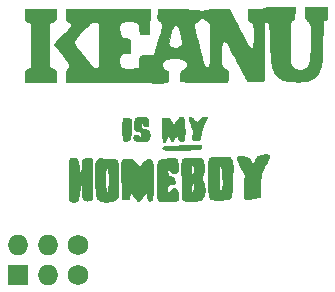
<source format=gtl>
G04 #@! TF.GenerationSoftware,KiCad,Pcbnew,8.0.4*
G04 #@! TF.CreationDate,2024-07-21T19:03:04-05:00*
G04 #@! TF.ProjectId,keanu-homeboy,6b65616e-752d-4686-9f6d-65626f792e6b,rev?*
G04 #@! TF.SameCoordinates,Original*
G04 #@! TF.FileFunction,Copper,L1,Top*
G04 #@! TF.FilePolarity,Positive*
%FSLAX46Y46*%
G04 Gerber Fmt 4.6, Leading zero omitted, Abs format (unit mm)*
G04 Created by KiCad (PCBNEW 8.0.4) date 2024-07-21 19:03:04*
%MOMM*%
%LPD*%
G01*
G04 APERTURE LIST*
G04 #@! TA.AperFunction,EtchedComponent*
%ADD10C,0.010000*%
G04 #@! TD*
G04 #@! TA.AperFunction,ComponentPad*
%ADD11O,1.727200X1.727200*%
G04 #@! TD*
G04 #@! TA.AperFunction,ComponentPad*
%ADD12R,1.727200X1.727200*%
G04 #@! TD*
G04 #@! TA.AperFunction,ComponentPad*
%ADD13C,1.727200*%
G04 #@! TD*
G04 APERTURE END LIST*
D10*
X-12513506Y-6470987D02*
X-12466520Y-6472802D01*
X-12431314Y-6477301D01*
X-12401082Y-6485690D01*
X-12369014Y-6499175D01*
X-12340621Y-6512886D01*
X-12295983Y-6537360D01*
X-12258994Y-6562145D01*
X-12237155Y-6582172D01*
X-12236288Y-6583416D01*
X-12211083Y-6634382D01*
X-12186700Y-6707670D01*
X-12163760Y-6800204D01*
X-12142884Y-6908906D01*
X-12124692Y-7030701D01*
X-12109807Y-7162510D01*
X-12102704Y-7245350D01*
X-12090959Y-7377499D01*
X-12077099Y-7493226D01*
X-12061485Y-7590265D01*
X-12044480Y-7666349D01*
X-12027240Y-7717439D01*
X-12004251Y-7756661D01*
X-11981292Y-7771676D01*
X-11958744Y-7763676D01*
X-11936984Y-7733853D01*
X-11916391Y-7683397D01*
X-11897344Y-7613500D01*
X-11880222Y-7525354D01*
X-11865402Y-7420149D01*
X-11853264Y-7299077D01*
X-11844185Y-7163330D01*
X-11842904Y-7137400D01*
X-11835659Y-7002236D01*
X-11827206Y-6890047D01*
X-11816752Y-6798410D01*
X-11803503Y-6724903D01*
X-11786663Y-6667103D01*
X-11765438Y-6622589D01*
X-11739035Y-6588937D01*
X-11706658Y-6563726D01*
X-11667513Y-6544533D01*
X-11645900Y-6536685D01*
X-11574717Y-6517666D01*
X-11486650Y-6501306D01*
X-11390165Y-6488660D01*
X-11293726Y-6480784D01*
X-11205800Y-6478730D01*
X-11185135Y-6479290D01*
X-11125848Y-6482272D01*
X-11086442Y-6486322D01*
X-11061397Y-6492657D01*
X-11045195Y-6502497D01*
X-11036114Y-6512176D01*
X-11021224Y-6540028D01*
X-11007626Y-6585571D01*
X-10995297Y-6649370D01*
X-10984212Y-6731992D01*
X-10974348Y-6834003D01*
X-10965683Y-6955967D01*
X-10958192Y-7098451D01*
X-10951853Y-7262020D01*
X-10946642Y-7447241D01*
X-10942535Y-7654678D01*
X-10939510Y-7884898D01*
X-10937544Y-8138466D01*
X-10936611Y-8415949D01*
X-10936690Y-8717911D01*
X-10937206Y-8908978D01*
X-10941050Y-10001107D01*
X-11099800Y-10035715D01*
X-11210814Y-10058941D01*
X-11301062Y-10075440D01*
X-11374152Y-10085627D01*
X-11433693Y-10089918D01*
X-11483295Y-10088725D01*
X-11519215Y-10083923D01*
X-11595973Y-10059747D01*
X-11659576Y-10017568D01*
X-11711186Y-9955943D01*
X-11751965Y-9873427D01*
X-11783074Y-9768576D01*
X-11786927Y-9751076D01*
X-11794893Y-9708326D01*
X-11801574Y-9659877D01*
X-11807219Y-9602309D01*
X-11812074Y-9532199D01*
X-11816385Y-9446129D01*
X-11820400Y-9340675D01*
X-11823401Y-9245600D01*
X-11828140Y-9104575D01*
X-11833359Y-8987451D01*
X-11839184Y-8892729D01*
X-11845742Y-8818911D01*
X-11853162Y-8764501D01*
X-11861569Y-8727999D01*
X-11868758Y-8711217D01*
X-11885851Y-8698911D01*
X-11905613Y-8710226D01*
X-11926352Y-8743759D01*
X-11935969Y-8766835D01*
X-11954510Y-8825472D01*
X-11974651Y-8906720D01*
X-11996494Y-9011100D01*
X-12020140Y-9139138D01*
X-12045691Y-9291354D01*
X-12073247Y-9468273D01*
X-12077952Y-9499600D01*
X-12092551Y-9595731D01*
X-12106979Y-9687959D01*
X-12120536Y-9772004D01*
X-12132518Y-9843587D01*
X-12142225Y-9898429D01*
X-12148761Y-9931400D01*
X-12176281Y-10022403D01*
X-12213482Y-10091160D01*
X-12261749Y-10139434D01*
X-12322466Y-10168985D01*
X-12339033Y-10173484D01*
X-12384170Y-10180943D01*
X-12445091Y-10186710D01*
X-12514227Y-10190536D01*
X-12584009Y-10192175D01*
X-12646867Y-10191377D01*
X-12695231Y-10187897D01*
X-12709307Y-10185596D01*
X-12774878Y-10166561D01*
X-12826295Y-10141550D01*
X-12858928Y-10113078D01*
X-12866021Y-10100430D01*
X-12874322Y-10065539D01*
X-12882098Y-10007190D01*
X-12889333Y-9927319D01*
X-12896014Y-9827861D01*
X-12902128Y-9710754D01*
X-12907659Y-9577933D01*
X-12912595Y-9431334D01*
X-12916921Y-9272894D01*
X-12920624Y-9104550D01*
X-12923690Y-8928236D01*
X-12926105Y-8745890D01*
X-12927855Y-8559448D01*
X-12928926Y-8370846D01*
X-12929304Y-8182020D01*
X-12928976Y-7994906D01*
X-12927928Y-7811441D01*
X-12926145Y-7633561D01*
X-12923615Y-7463202D01*
X-12920323Y-7302301D01*
X-12916255Y-7152793D01*
X-12911397Y-7016615D01*
X-12905736Y-6895703D01*
X-12899258Y-6791993D01*
X-12891949Y-6707422D01*
X-12890395Y-6693058D01*
X-12880033Y-6624375D01*
X-12864867Y-6575135D01*
X-12841627Y-6539429D01*
X-12807042Y-6511346D01*
X-12781831Y-6496921D01*
X-12756049Y-6485319D01*
X-12727488Y-6477654D01*
X-12690271Y-6473163D01*
X-12638521Y-6471086D01*
X-12579083Y-6470650D01*
X-12513506Y-6470987D01*
G04 #@! TA.AperFunction,EtchedComponent*
G36*
X-12513506Y-6470987D02*
G01*
X-12466520Y-6472802D01*
X-12431314Y-6477301D01*
X-12401082Y-6485690D01*
X-12369014Y-6499175D01*
X-12340621Y-6512886D01*
X-12295983Y-6537360D01*
X-12258994Y-6562145D01*
X-12237155Y-6582172D01*
X-12236288Y-6583416D01*
X-12211083Y-6634382D01*
X-12186700Y-6707670D01*
X-12163760Y-6800204D01*
X-12142884Y-6908906D01*
X-12124692Y-7030701D01*
X-12109807Y-7162510D01*
X-12102704Y-7245350D01*
X-12090959Y-7377499D01*
X-12077099Y-7493226D01*
X-12061485Y-7590265D01*
X-12044480Y-7666349D01*
X-12027240Y-7717439D01*
X-12004251Y-7756661D01*
X-11981292Y-7771676D01*
X-11958744Y-7763676D01*
X-11936984Y-7733853D01*
X-11916391Y-7683397D01*
X-11897344Y-7613500D01*
X-11880222Y-7525354D01*
X-11865402Y-7420149D01*
X-11853264Y-7299077D01*
X-11844185Y-7163330D01*
X-11842904Y-7137400D01*
X-11835659Y-7002236D01*
X-11827206Y-6890047D01*
X-11816752Y-6798410D01*
X-11803503Y-6724903D01*
X-11786663Y-6667103D01*
X-11765438Y-6622589D01*
X-11739035Y-6588937D01*
X-11706658Y-6563726D01*
X-11667513Y-6544533D01*
X-11645900Y-6536685D01*
X-11574717Y-6517666D01*
X-11486650Y-6501306D01*
X-11390165Y-6488660D01*
X-11293726Y-6480784D01*
X-11205800Y-6478730D01*
X-11185135Y-6479290D01*
X-11125848Y-6482272D01*
X-11086442Y-6486322D01*
X-11061397Y-6492657D01*
X-11045195Y-6502497D01*
X-11036114Y-6512176D01*
X-11021224Y-6540028D01*
X-11007626Y-6585571D01*
X-10995297Y-6649370D01*
X-10984212Y-6731992D01*
X-10974348Y-6834003D01*
X-10965683Y-6955967D01*
X-10958192Y-7098451D01*
X-10951853Y-7262020D01*
X-10946642Y-7447241D01*
X-10942535Y-7654678D01*
X-10939510Y-7884898D01*
X-10937544Y-8138466D01*
X-10936611Y-8415949D01*
X-10936690Y-8717911D01*
X-10937206Y-8908978D01*
X-10941050Y-10001107D01*
X-11099800Y-10035715D01*
X-11210814Y-10058941D01*
X-11301062Y-10075440D01*
X-11374152Y-10085627D01*
X-11433693Y-10089918D01*
X-11483295Y-10088725D01*
X-11519215Y-10083923D01*
X-11595973Y-10059747D01*
X-11659576Y-10017568D01*
X-11711186Y-9955943D01*
X-11751965Y-9873427D01*
X-11783074Y-9768576D01*
X-11786927Y-9751076D01*
X-11794893Y-9708326D01*
X-11801574Y-9659877D01*
X-11807219Y-9602309D01*
X-11812074Y-9532199D01*
X-11816385Y-9446129D01*
X-11820400Y-9340675D01*
X-11823401Y-9245600D01*
X-11828140Y-9104575D01*
X-11833359Y-8987451D01*
X-11839184Y-8892729D01*
X-11845742Y-8818911D01*
X-11853162Y-8764501D01*
X-11861569Y-8727999D01*
X-11868758Y-8711217D01*
X-11885851Y-8698911D01*
X-11905613Y-8710226D01*
X-11926352Y-8743759D01*
X-11935969Y-8766835D01*
X-11954510Y-8825472D01*
X-11974651Y-8906720D01*
X-11996494Y-9011100D01*
X-12020140Y-9139138D01*
X-12045691Y-9291354D01*
X-12073247Y-9468273D01*
X-12077952Y-9499600D01*
X-12092551Y-9595731D01*
X-12106979Y-9687959D01*
X-12120536Y-9772004D01*
X-12132518Y-9843587D01*
X-12142225Y-9898429D01*
X-12148761Y-9931400D01*
X-12176281Y-10022403D01*
X-12213482Y-10091160D01*
X-12261749Y-10139434D01*
X-12322466Y-10168985D01*
X-12339033Y-10173484D01*
X-12384170Y-10180943D01*
X-12445091Y-10186710D01*
X-12514227Y-10190536D01*
X-12584009Y-10192175D01*
X-12646867Y-10191377D01*
X-12695231Y-10187897D01*
X-12709307Y-10185596D01*
X-12774878Y-10166561D01*
X-12826295Y-10141550D01*
X-12858928Y-10113078D01*
X-12866021Y-10100430D01*
X-12874322Y-10065539D01*
X-12882098Y-10007190D01*
X-12889333Y-9927319D01*
X-12896014Y-9827861D01*
X-12902128Y-9710754D01*
X-12907659Y-9577933D01*
X-12912595Y-9431334D01*
X-12916921Y-9272894D01*
X-12920624Y-9104550D01*
X-12923690Y-8928236D01*
X-12926105Y-8745890D01*
X-12927855Y-8559448D01*
X-12928926Y-8370846D01*
X-12929304Y-8182020D01*
X-12928976Y-7994906D01*
X-12927928Y-7811441D01*
X-12926145Y-7633561D01*
X-12923615Y-7463202D01*
X-12920323Y-7302301D01*
X-12916255Y-7152793D01*
X-12911397Y-7016615D01*
X-12905736Y-6895703D01*
X-12899258Y-6791993D01*
X-12891949Y-6707422D01*
X-12890395Y-6693058D01*
X-12880033Y-6624375D01*
X-12864867Y-6575135D01*
X-12841627Y-6539429D01*
X-12807042Y-6511346D01*
X-12781831Y-6496921D01*
X-12756049Y-6485319D01*
X-12727488Y-6477654D01*
X-12690271Y-6473163D01*
X-12638521Y-6471086D01*
X-12579083Y-6470650D01*
X-12513506Y-6470987D01*
G37*
G04 #@! TD.AperFunction*
X-10241923Y-6512091D02*
X-10229255Y-6515252D01*
X-10170935Y-6528962D01*
X-10111720Y-6540067D01*
X-10048181Y-6548814D01*
X-9976889Y-6555448D01*
X-9894412Y-6560216D01*
X-9797321Y-6563364D01*
X-9682185Y-6565137D01*
X-9545575Y-6565781D01*
X-9524494Y-6565795D01*
X-9387205Y-6566406D01*
X-9272784Y-6568589D01*
X-9178715Y-6572993D01*
X-9102484Y-6580268D01*
X-9041575Y-6591062D01*
X-8993474Y-6606023D01*
X-8955663Y-6625800D01*
X-8925630Y-6651043D01*
X-8900857Y-6682399D01*
X-8878830Y-6720517D01*
X-8872039Y-6734069D01*
X-8851617Y-6790144D01*
X-8832816Y-6871350D01*
X-8815650Y-6977469D01*
X-8800138Y-7108281D01*
X-8786296Y-7263569D01*
X-8774139Y-7443114D01*
X-8763686Y-7646698D01*
X-8754953Y-7874101D01*
X-8747956Y-8125106D01*
X-8742712Y-8399495D01*
X-8742127Y-8439150D01*
X-8739902Y-8673600D01*
X-8740137Y-8889336D01*
X-8742790Y-9085569D01*
X-8747822Y-9261509D01*
X-8755191Y-9416365D01*
X-8764856Y-9549350D01*
X-8776778Y-9659672D01*
X-8790915Y-9746542D01*
X-8807226Y-9809171D01*
X-8813536Y-9825435D01*
X-8857104Y-9894366D01*
X-8923688Y-9957555D01*
X-9011411Y-10014294D01*
X-9118392Y-10063878D01*
X-9242755Y-10105601D01*
X-9382619Y-10138757D01*
X-9536106Y-10162640D01*
X-9701338Y-10176544D01*
X-9753600Y-10178685D01*
X-9826842Y-10179794D01*
X-9900152Y-10178885D01*
X-9965105Y-10176181D01*
X-10013274Y-10171905D01*
X-10013950Y-10171813D01*
X-10151197Y-10145958D01*
X-10273463Y-10108667D01*
X-10378662Y-10060993D01*
X-10464710Y-10003989D01*
X-10529519Y-9938709D01*
X-10556330Y-9897883D01*
X-10571304Y-9867153D01*
X-10583913Y-9832764D01*
X-10594825Y-9791137D01*
X-10604710Y-9738686D01*
X-10614239Y-9671832D01*
X-10624080Y-9586990D01*
X-10634903Y-9480578D01*
X-10635524Y-9474200D01*
X-10660312Y-9190092D01*
X-10681526Y-8887415D01*
X-10698859Y-8572785D01*
X-10711668Y-8260931D01*
X-9853151Y-8260931D01*
X-9852402Y-8458883D01*
X-9849201Y-8643669D01*
X-9843634Y-8813303D01*
X-9835785Y-8965798D01*
X-9825741Y-9099167D01*
X-9813585Y-9211423D01*
X-9799404Y-9300580D01*
X-9797553Y-9309710D01*
X-9783754Y-9342620D01*
X-9759699Y-9374791D01*
X-9732074Y-9399120D01*
X-9707565Y-9408506D01*
X-9704807Y-9408231D01*
X-9687342Y-9395274D01*
X-9666419Y-9366624D01*
X-9655801Y-9347200D01*
X-9637653Y-9295968D01*
X-9621431Y-9222274D01*
X-9607188Y-9128986D01*
X-9594974Y-9018973D01*
X-9584840Y-8895104D01*
X-9576837Y-8760246D01*
X-9571015Y-8617268D01*
X-9567426Y-8469039D01*
X-9566120Y-8318427D01*
X-9567149Y-8168301D01*
X-9570563Y-8021529D01*
X-9576414Y-7880979D01*
X-9584751Y-7749520D01*
X-9595627Y-7630020D01*
X-9609091Y-7525349D01*
X-9622172Y-7452251D01*
X-9642727Y-7372313D01*
X-9665755Y-7317383D01*
X-9691647Y-7287150D01*
X-9720794Y-7281307D01*
X-9753588Y-7299545D01*
X-9780064Y-7327900D01*
X-9794356Y-7348773D01*
X-9806448Y-7374070D01*
X-9816563Y-7406049D01*
X-9824923Y-7446969D01*
X-9831751Y-7499089D01*
X-9837269Y-7564668D01*
X-9841700Y-7645965D01*
X-9845267Y-7745238D01*
X-9848191Y-7864748D01*
X-9850695Y-8006753D01*
X-9851365Y-8051800D01*
X-9853151Y-8260931D01*
X-10711668Y-8260931D01*
X-10712001Y-8252824D01*
X-10720645Y-7934149D01*
X-10724480Y-7623379D01*
X-10724643Y-7562850D01*
X-10724590Y-7421628D01*
X-10723940Y-7303001D01*
X-10722415Y-7204165D01*
X-10719737Y-7122315D01*
X-10715627Y-7054647D01*
X-10709809Y-6998359D01*
X-10702004Y-6950645D01*
X-10691934Y-6908703D01*
X-10679322Y-6869728D01*
X-10663889Y-6830917D01*
X-10648715Y-6796768D01*
X-10617918Y-6738999D01*
X-10578131Y-6677739D01*
X-10534385Y-6619690D01*
X-10491712Y-6571557D01*
X-10456881Y-6541208D01*
X-10408538Y-6513293D01*
X-10361673Y-6499715D01*
X-10308673Y-6499603D01*
X-10241923Y-6512091D01*
G04 #@! TA.AperFunction,EtchedComponent*
G36*
X-10241923Y-6512091D02*
G01*
X-10229255Y-6515252D01*
X-10170935Y-6528962D01*
X-10111720Y-6540067D01*
X-10048181Y-6548814D01*
X-9976889Y-6555448D01*
X-9894412Y-6560216D01*
X-9797321Y-6563364D01*
X-9682185Y-6565137D01*
X-9545575Y-6565781D01*
X-9524494Y-6565795D01*
X-9387205Y-6566406D01*
X-9272784Y-6568589D01*
X-9178715Y-6572993D01*
X-9102484Y-6580268D01*
X-9041575Y-6591062D01*
X-8993474Y-6606023D01*
X-8955663Y-6625800D01*
X-8925630Y-6651043D01*
X-8900857Y-6682399D01*
X-8878830Y-6720517D01*
X-8872039Y-6734069D01*
X-8851617Y-6790144D01*
X-8832816Y-6871350D01*
X-8815650Y-6977469D01*
X-8800138Y-7108281D01*
X-8786296Y-7263569D01*
X-8774139Y-7443114D01*
X-8763686Y-7646698D01*
X-8754953Y-7874101D01*
X-8747956Y-8125106D01*
X-8742712Y-8399495D01*
X-8742127Y-8439150D01*
X-8739902Y-8673600D01*
X-8740137Y-8889336D01*
X-8742790Y-9085569D01*
X-8747822Y-9261509D01*
X-8755191Y-9416365D01*
X-8764856Y-9549350D01*
X-8776778Y-9659672D01*
X-8790915Y-9746542D01*
X-8807226Y-9809171D01*
X-8813536Y-9825435D01*
X-8857104Y-9894366D01*
X-8923688Y-9957555D01*
X-9011411Y-10014294D01*
X-9118392Y-10063878D01*
X-9242755Y-10105601D01*
X-9382619Y-10138757D01*
X-9536106Y-10162640D01*
X-9701338Y-10176544D01*
X-9753600Y-10178685D01*
X-9826842Y-10179794D01*
X-9900152Y-10178885D01*
X-9965105Y-10176181D01*
X-10013274Y-10171905D01*
X-10013950Y-10171813D01*
X-10151197Y-10145958D01*
X-10273463Y-10108667D01*
X-10378662Y-10060993D01*
X-10464710Y-10003989D01*
X-10529519Y-9938709D01*
X-10556330Y-9897883D01*
X-10571304Y-9867153D01*
X-10583913Y-9832764D01*
X-10594825Y-9791137D01*
X-10604710Y-9738686D01*
X-10614239Y-9671832D01*
X-10624080Y-9586990D01*
X-10634903Y-9480578D01*
X-10635524Y-9474200D01*
X-10660312Y-9190092D01*
X-10681526Y-8887415D01*
X-10698859Y-8572785D01*
X-10711668Y-8260931D01*
X-9853151Y-8260931D01*
X-9852402Y-8458883D01*
X-9849201Y-8643669D01*
X-9843634Y-8813303D01*
X-9835785Y-8965798D01*
X-9825741Y-9099167D01*
X-9813585Y-9211423D01*
X-9799404Y-9300580D01*
X-9797553Y-9309710D01*
X-9783754Y-9342620D01*
X-9759699Y-9374791D01*
X-9732074Y-9399120D01*
X-9707565Y-9408506D01*
X-9704807Y-9408231D01*
X-9687342Y-9395274D01*
X-9666419Y-9366624D01*
X-9655801Y-9347200D01*
X-9637653Y-9295968D01*
X-9621431Y-9222274D01*
X-9607188Y-9128986D01*
X-9594974Y-9018973D01*
X-9584840Y-8895104D01*
X-9576837Y-8760246D01*
X-9571015Y-8617268D01*
X-9567426Y-8469039D01*
X-9566120Y-8318427D01*
X-9567149Y-8168301D01*
X-9570563Y-8021529D01*
X-9576414Y-7880979D01*
X-9584751Y-7749520D01*
X-9595627Y-7630020D01*
X-9609091Y-7525349D01*
X-9622172Y-7452251D01*
X-9642727Y-7372313D01*
X-9665755Y-7317383D01*
X-9691647Y-7287150D01*
X-9720794Y-7281307D01*
X-9753588Y-7299545D01*
X-9780064Y-7327900D01*
X-9794356Y-7348773D01*
X-9806448Y-7374070D01*
X-9816563Y-7406049D01*
X-9824923Y-7446969D01*
X-9831751Y-7499089D01*
X-9837269Y-7564668D01*
X-9841700Y-7645965D01*
X-9845267Y-7745238D01*
X-9848191Y-7864748D01*
X-9850695Y-8006753D01*
X-9851365Y-8051800D01*
X-9853151Y-8260931D01*
X-10711668Y-8260931D01*
X-10712001Y-8252824D01*
X-10720645Y-7934149D01*
X-10724480Y-7623379D01*
X-10724643Y-7562850D01*
X-10724590Y-7421628D01*
X-10723940Y-7303001D01*
X-10722415Y-7204165D01*
X-10719737Y-7122315D01*
X-10715627Y-7054647D01*
X-10709809Y-6998359D01*
X-10702004Y-6950645D01*
X-10691934Y-6908703D01*
X-10679322Y-6869728D01*
X-10663889Y-6830917D01*
X-10648715Y-6796768D01*
X-10617918Y-6738999D01*
X-10578131Y-6677739D01*
X-10534385Y-6619690D01*
X-10491712Y-6571557D01*
X-10456881Y-6541208D01*
X-10408538Y-6513293D01*
X-10361673Y-6499715D01*
X-10308673Y-6499603D01*
X-10241923Y-6512091D01*
G37*
G04 #@! TD.AperFunction*
X-4125446Y-6508140D02*
X-4026941Y-6517430D01*
X-3944031Y-6532602D01*
X-3879853Y-6553984D01*
X-3843082Y-6576661D01*
X-3812545Y-6616875D01*
X-3784335Y-6682102D01*
X-3758568Y-6772055D01*
X-3750603Y-6807200D01*
X-3742926Y-6847582D01*
X-3737080Y-6890639D01*
X-3732841Y-6940470D01*
X-3729988Y-7001171D01*
X-3728297Y-7076839D01*
X-3727545Y-7171571D01*
X-3727450Y-7232650D01*
X-3727831Y-7344519D01*
X-3729303Y-7434254D01*
X-3732357Y-7505114D01*
X-3737489Y-7560359D01*
X-3745189Y-7603247D01*
X-3755952Y-7637038D01*
X-3770270Y-7664990D01*
X-3788636Y-7690363D01*
X-3798427Y-7701892D01*
X-3849694Y-7742872D01*
X-3918938Y-7772422D01*
X-4000541Y-7788513D01*
X-4044950Y-7790882D01*
X-4113281Y-7783965D01*
X-4173906Y-7760611D01*
X-4230981Y-7718297D01*
X-4288666Y-7654497D01*
X-4305159Y-7632891D01*
X-4368584Y-7554129D01*
X-4425048Y-7498169D01*
X-4474132Y-7465309D01*
X-4515418Y-7455846D01*
X-4541524Y-7464619D01*
X-4562425Y-7484761D01*
X-4576767Y-7515163D01*
X-4585423Y-7559816D01*
X-4589270Y-7622707D01*
X-4589533Y-7683500D01*
X-4584284Y-7795249D01*
X-4571325Y-7889040D01*
X-4551099Y-7962865D01*
X-4524048Y-8014720D01*
X-4513970Y-8026400D01*
X-4498177Y-8040732D01*
X-4481545Y-8049760D01*
X-4458287Y-8054502D01*
X-4422616Y-8055973D01*
X-4368744Y-8055190D01*
X-4352417Y-8054779D01*
X-4267654Y-8055755D01*
X-4202529Y-8065125D01*
X-4152057Y-8085052D01*
X-4111250Y-8117702D01*
X-4075123Y-8165240D01*
X-4066776Y-8178800D01*
X-4028570Y-8253101D01*
X-3997917Y-8333021D01*
X-3975786Y-8413566D01*
X-3963144Y-8489744D01*
X-3960958Y-8556560D01*
X-3970198Y-8609021D01*
X-3979596Y-8628602D01*
X-4004750Y-8658677D01*
X-4038206Y-8681861D01*
X-4083580Y-8699273D01*
X-4144488Y-8712030D01*
X-4224545Y-8721250D01*
X-4295455Y-8726291D01*
X-4391451Y-8733077D01*
X-4465135Y-8742746D01*
X-4519438Y-8758434D01*
X-4557293Y-8783276D01*
X-4581629Y-8820408D01*
X-4595378Y-8872965D01*
X-4601472Y-8944084D01*
X-4602841Y-9036900D01*
X-4602815Y-9055100D01*
X-4601130Y-9151503D01*
X-4596152Y-9226691D01*
X-4587160Y-9284717D01*
X-4573436Y-9329636D01*
X-4554260Y-9365500D01*
X-4545636Y-9377292D01*
X-4516538Y-9403919D01*
X-4485285Y-9410798D01*
X-4450463Y-9397085D01*
X-4410664Y-9361931D01*
X-4364475Y-9304492D01*
X-4323243Y-9243888D01*
X-4272275Y-9170167D01*
X-4226246Y-9116968D01*
X-4180546Y-9081275D01*
X-4130566Y-9060074D01*
X-4071698Y-9050347D01*
X-4024963Y-9048750D01*
X-3946298Y-9054945D01*
X-3885379Y-9075629D01*
X-3837226Y-9113947D01*
X-3796858Y-9173044D01*
X-3782344Y-9201987D01*
X-3754159Y-9276004D01*
X-3728614Y-9369039D01*
X-3706623Y-9474770D01*
X-3689101Y-9586874D01*
X-3676960Y-9699029D01*
X-3671115Y-9804912D01*
X-3672479Y-9898201D01*
X-3676047Y-9937317D01*
X-3684460Y-9981013D01*
X-3699384Y-10016883D01*
X-3723320Y-10046003D01*
X-3758773Y-10069449D01*
X-3808246Y-10088296D01*
X-3874243Y-10103621D01*
X-3959266Y-10116501D01*
X-4065820Y-10128010D01*
X-4133850Y-10134090D01*
X-4190211Y-10137615D01*
X-4265574Y-10140469D01*
X-4355708Y-10142652D01*
X-4456381Y-10144162D01*
X-4563362Y-10145001D01*
X-4672420Y-10145168D01*
X-4779321Y-10144663D01*
X-4879835Y-10143487D01*
X-4969730Y-10141638D01*
X-5044773Y-10139116D01*
X-5100734Y-10135923D01*
X-5119931Y-10134110D01*
X-5206379Y-10122659D01*
X-5271350Y-10110522D01*
X-5318763Y-10096528D01*
X-5352537Y-10079504D01*
X-5376590Y-10058277D01*
X-5377667Y-10057015D01*
X-5396248Y-10029683D01*
X-5412741Y-9993498D01*
X-5427249Y-9947079D01*
X-5439876Y-9889044D01*
X-5450727Y-9818013D01*
X-5459907Y-9732604D01*
X-5467521Y-9631436D01*
X-5473672Y-9513127D01*
X-5478465Y-9376297D01*
X-5482005Y-9219564D01*
X-5484396Y-9041546D01*
X-5485743Y-8840863D01*
X-5486151Y-8623300D01*
X-5485363Y-8361119D01*
X-5483035Y-8115424D01*
X-5479210Y-7887013D01*
X-5473932Y-7676680D01*
X-5467245Y-7485223D01*
X-5459193Y-7313437D01*
X-5449821Y-7162121D01*
X-5439171Y-7032069D01*
X-5427288Y-6924079D01*
X-5414216Y-6838947D01*
X-5399999Y-6777469D01*
X-5384681Y-6740442D01*
X-5382061Y-6736751D01*
X-5341101Y-6700899D01*
X-5278092Y-6667014D01*
X-5196171Y-6635422D01*
X-5098475Y-6606450D01*
X-4988141Y-6580423D01*
X-4868305Y-6557670D01*
X-4742106Y-6538515D01*
X-4612680Y-6523284D01*
X-4483164Y-6512306D01*
X-4356695Y-6505904D01*
X-4236410Y-6504407D01*
X-4125446Y-6508140D01*
G04 #@! TA.AperFunction,EtchedComponent*
G36*
X-4125446Y-6508140D02*
G01*
X-4026941Y-6517430D01*
X-3944031Y-6532602D01*
X-3879853Y-6553984D01*
X-3843082Y-6576661D01*
X-3812545Y-6616875D01*
X-3784335Y-6682102D01*
X-3758568Y-6772055D01*
X-3750603Y-6807200D01*
X-3742926Y-6847582D01*
X-3737080Y-6890639D01*
X-3732841Y-6940470D01*
X-3729988Y-7001171D01*
X-3728297Y-7076839D01*
X-3727545Y-7171571D01*
X-3727450Y-7232650D01*
X-3727831Y-7344519D01*
X-3729303Y-7434254D01*
X-3732357Y-7505114D01*
X-3737489Y-7560359D01*
X-3745189Y-7603247D01*
X-3755952Y-7637038D01*
X-3770270Y-7664990D01*
X-3788636Y-7690363D01*
X-3798427Y-7701892D01*
X-3849694Y-7742872D01*
X-3918938Y-7772422D01*
X-4000541Y-7788513D01*
X-4044950Y-7790882D01*
X-4113281Y-7783965D01*
X-4173906Y-7760611D01*
X-4230981Y-7718297D01*
X-4288666Y-7654497D01*
X-4305159Y-7632891D01*
X-4368584Y-7554129D01*
X-4425048Y-7498169D01*
X-4474132Y-7465309D01*
X-4515418Y-7455846D01*
X-4541524Y-7464619D01*
X-4562425Y-7484761D01*
X-4576767Y-7515163D01*
X-4585423Y-7559816D01*
X-4589270Y-7622707D01*
X-4589533Y-7683500D01*
X-4584284Y-7795249D01*
X-4571325Y-7889040D01*
X-4551099Y-7962865D01*
X-4524048Y-8014720D01*
X-4513970Y-8026400D01*
X-4498177Y-8040732D01*
X-4481545Y-8049760D01*
X-4458287Y-8054502D01*
X-4422616Y-8055973D01*
X-4368744Y-8055190D01*
X-4352417Y-8054779D01*
X-4267654Y-8055755D01*
X-4202529Y-8065125D01*
X-4152057Y-8085052D01*
X-4111250Y-8117702D01*
X-4075123Y-8165240D01*
X-4066776Y-8178800D01*
X-4028570Y-8253101D01*
X-3997917Y-8333021D01*
X-3975786Y-8413566D01*
X-3963144Y-8489744D01*
X-3960958Y-8556560D01*
X-3970198Y-8609021D01*
X-3979596Y-8628602D01*
X-4004750Y-8658677D01*
X-4038206Y-8681861D01*
X-4083580Y-8699273D01*
X-4144488Y-8712030D01*
X-4224545Y-8721250D01*
X-4295455Y-8726291D01*
X-4391451Y-8733077D01*
X-4465135Y-8742746D01*
X-4519438Y-8758434D01*
X-4557293Y-8783276D01*
X-4581629Y-8820408D01*
X-4595378Y-8872965D01*
X-4601472Y-8944084D01*
X-4602841Y-9036900D01*
X-4602815Y-9055100D01*
X-4601130Y-9151503D01*
X-4596152Y-9226691D01*
X-4587160Y-9284717D01*
X-4573436Y-9329636D01*
X-4554260Y-9365500D01*
X-4545636Y-9377292D01*
X-4516538Y-9403919D01*
X-4485285Y-9410798D01*
X-4450463Y-9397085D01*
X-4410664Y-9361931D01*
X-4364475Y-9304492D01*
X-4323243Y-9243888D01*
X-4272275Y-9170167D01*
X-4226246Y-9116968D01*
X-4180546Y-9081275D01*
X-4130566Y-9060074D01*
X-4071698Y-9050347D01*
X-4024963Y-9048750D01*
X-3946298Y-9054945D01*
X-3885379Y-9075629D01*
X-3837226Y-9113947D01*
X-3796858Y-9173044D01*
X-3782344Y-9201987D01*
X-3754159Y-9276004D01*
X-3728614Y-9369039D01*
X-3706623Y-9474770D01*
X-3689101Y-9586874D01*
X-3676960Y-9699029D01*
X-3671115Y-9804912D01*
X-3672479Y-9898201D01*
X-3676047Y-9937317D01*
X-3684460Y-9981013D01*
X-3699384Y-10016883D01*
X-3723320Y-10046003D01*
X-3758773Y-10069449D01*
X-3808246Y-10088296D01*
X-3874243Y-10103621D01*
X-3959266Y-10116501D01*
X-4065820Y-10128010D01*
X-4133850Y-10134090D01*
X-4190211Y-10137615D01*
X-4265574Y-10140469D01*
X-4355708Y-10142652D01*
X-4456381Y-10144162D01*
X-4563362Y-10145001D01*
X-4672420Y-10145168D01*
X-4779321Y-10144663D01*
X-4879835Y-10143487D01*
X-4969730Y-10141638D01*
X-5044773Y-10139116D01*
X-5100734Y-10135923D01*
X-5119931Y-10134110D01*
X-5206379Y-10122659D01*
X-5271350Y-10110522D01*
X-5318763Y-10096528D01*
X-5352537Y-10079504D01*
X-5376590Y-10058277D01*
X-5377667Y-10057015D01*
X-5396248Y-10029683D01*
X-5412741Y-9993498D01*
X-5427249Y-9947079D01*
X-5439876Y-9889044D01*
X-5450727Y-9818013D01*
X-5459907Y-9732604D01*
X-5467521Y-9631436D01*
X-5473672Y-9513127D01*
X-5478465Y-9376297D01*
X-5482005Y-9219564D01*
X-5484396Y-9041546D01*
X-5485743Y-8840863D01*
X-5486151Y-8623300D01*
X-5485363Y-8361119D01*
X-5483035Y-8115424D01*
X-5479210Y-7887013D01*
X-5473932Y-7676680D01*
X-5467245Y-7485223D01*
X-5459193Y-7313437D01*
X-5449821Y-7162121D01*
X-5439171Y-7032069D01*
X-5427288Y-6924079D01*
X-5414216Y-6838947D01*
X-5399999Y-6777469D01*
X-5384681Y-6740442D01*
X-5382061Y-6736751D01*
X-5341101Y-6700899D01*
X-5278092Y-6667014D01*
X-5196171Y-6635422D01*
X-5098475Y-6606450D01*
X-4988141Y-6580423D01*
X-4868305Y-6557670D01*
X-4742106Y-6538515D01*
X-4612680Y-6523284D01*
X-4483164Y-6512306D01*
X-4356695Y-6505904D01*
X-4236410Y-6504407D01*
X-4125446Y-6508140D01*
G37*
G04 #@! TD.AperFunction*
X-8064500Y-6559651D02*
X-7964444Y-6560468D01*
X-7884429Y-6563065D01*
X-7819138Y-6567801D01*
X-7763251Y-6575037D01*
X-7721600Y-6582898D01*
X-7659667Y-6596601D01*
X-7609672Y-6609858D01*
X-7568018Y-6625337D01*
X-7531108Y-6645707D01*
X-7495346Y-6673635D01*
X-7457135Y-6711789D01*
X-7412878Y-6762839D01*
X-7358980Y-6829451D01*
X-7315835Y-6883925D01*
X-7261380Y-6951944D01*
X-7209239Y-7015392D01*
X-7162407Y-7070752D01*
X-7123879Y-7114511D01*
X-7096650Y-7143150D01*
X-7089373Y-7149768D01*
X-7026554Y-7190805D01*
X-6966427Y-7207683D01*
X-6908573Y-7200185D01*
X-6852571Y-7168095D01*
X-6798001Y-7111198D01*
X-6744442Y-7029278D01*
X-6705248Y-6952494D01*
X-6651674Y-6852235D01*
X-6593121Y-6773015D01*
X-6525632Y-6710493D01*
X-6445247Y-6660328D01*
X-6433357Y-6654347D01*
X-6376280Y-6630686D01*
X-6308170Y-6608906D01*
X-6238454Y-6591488D01*
X-6176561Y-6580917D01*
X-6146800Y-6578891D01*
X-6072093Y-6590629D01*
X-6003634Y-6624258D01*
X-5967144Y-6655353D01*
X-5940603Y-6688386D01*
X-5916878Y-6729648D01*
X-5895868Y-6780386D01*
X-5877474Y-6841848D01*
X-5861594Y-6915282D01*
X-5848129Y-7001936D01*
X-5836978Y-7103057D01*
X-5828040Y-7219894D01*
X-5821214Y-7353694D01*
X-5816401Y-7505705D01*
X-5813500Y-7677176D01*
X-5812409Y-7869353D01*
X-5813030Y-8083485D01*
X-5815260Y-8320820D01*
X-5817841Y-8509000D01*
X-5821524Y-8736251D01*
X-5825346Y-8939525D01*
X-5829419Y-9120244D01*
X-5833856Y-9279832D01*
X-5838769Y-9419711D01*
X-5844271Y-9541303D01*
X-5850475Y-9646032D01*
X-5857494Y-9735320D01*
X-5865439Y-9810590D01*
X-5874424Y-9873264D01*
X-5884562Y-9924766D01*
X-5895964Y-9966518D01*
X-5908745Y-9999943D01*
X-5923016Y-10026464D01*
X-5938889Y-10047503D01*
X-5939752Y-10048463D01*
X-5971481Y-10069479D01*
X-6019534Y-10085446D01*
X-6076460Y-10095632D01*
X-6134805Y-10099302D01*
X-6187118Y-10095724D01*
X-6225945Y-10084165D01*
X-6235575Y-10077563D01*
X-6257812Y-10042451D01*
X-6273817Y-9983407D01*
X-6283456Y-9901156D01*
X-6286596Y-9800599D01*
X-6290021Y-9681476D01*
X-6300159Y-9586743D01*
X-6317095Y-9516274D01*
X-6340917Y-9469938D01*
X-6371711Y-9447607D01*
X-6409562Y-9449151D01*
X-6454558Y-9474443D01*
X-6486389Y-9502292D01*
X-6514379Y-9533323D01*
X-6551685Y-9579886D01*
X-6593849Y-9636173D01*
X-6636414Y-9696374D01*
X-6645108Y-9709150D01*
X-6713366Y-9807536D01*
X-6772639Y-9886655D01*
X-6825740Y-9949732D01*
X-6875483Y-9999995D01*
X-6924680Y-10040670D01*
X-6949169Y-10057897D01*
X-7017646Y-10095246D01*
X-7077292Y-10109530D01*
X-7129384Y-10100986D01*
X-7143750Y-10093994D01*
X-7207741Y-10049953D01*
X-7270805Y-9990282D01*
X-7334823Y-9912716D01*
X-7401675Y-9814991D01*
X-7468957Y-9702414D01*
X-7527625Y-9604341D01*
X-7579487Y-9528747D01*
X-7624132Y-9476177D01*
X-7660033Y-9447765D01*
X-7685917Y-9442328D01*
X-7710283Y-9455674D01*
X-7733847Y-9489126D01*
X-7757326Y-9544010D01*
X-7781436Y-9621650D01*
X-7805204Y-9716084D01*
X-7828257Y-9808680D01*
X-7850430Y-9879032D01*
X-7874450Y-9930037D01*
X-7903042Y-9964595D01*
X-7938930Y-9985603D01*
X-7984841Y-9995961D01*
X-8043499Y-9998565D01*
X-8070394Y-9998106D01*
X-8141393Y-9994511D01*
X-8221196Y-9987979D01*
X-8293574Y-9979858D01*
X-8299450Y-9979056D01*
X-8413750Y-9963150D01*
X-8454734Y-9124950D01*
X-8464900Y-8907164D01*
X-8474071Y-8690811D01*
X-8482219Y-8477620D01*
X-8489317Y-8269325D01*
X-8495337Y-8067655D01*
X-8500252Y-7874343D01*
X-8504035Y-7691120D01*
X-8506658Y-7519718D01*
X-8508094Y-7361867D01*
X-8508315Y-7219300D01*
X-8507295Y-7093749D01*
X-8505005Y-6986943D01*
X-8501418Y-6900616D01*
X-8496508Y-6836498D01*
X-8491466Y-6801670D01*
X-8473776Y-6728808D01*
X-8453758Y-6675952D01*
X-8428121Y-6637725D01*
X-8393575Y-6608751D01*
X-8362737Y-6591300D01*
X-8339235Y-6580085D01*
X-8317122Y-6571878D01*
X-8292005Y-6566214D01*
X-8259491Y-6562624D01*
X-8215184Y-6560645D01*
X-8154691Y-6559808D01*
X-8073619Y-6559648D01*
X-8064500Y-6559651D01*
G04 #@! TA.AperFunction,EtchedComponent*
G36*
X-8064500Y-6559651D02*
G01*
X-7964444Y-6560468D01*
X-7884429Y-6563065D01*
X-7819138Y-6567801D01*
X-7763251Y-6575037D01*
X-7721600Y-6582898D01*
X-7659667Y-6596601D01*
X-7609672Y-6609858D01*
X-7568018Y-6625337D01*
X-7531108Y-6645707D01*
X-7495346Y-6673635D01*
X-7457135Y-6711789D01*
X-7412878Y-6762839D01*
X-7358980Y-6829451D01*
X-7315835Y-6883925D01*
X-7261380Y-6951944D01*
X-7209239Y-7015392D01*
X-7162407Y-7070752D01*
X-7123879Y-7114511D01*
X-7096650Y-7143150D01*
X-7089373Y-7149768D01*
X-7026554Y-7190805D01*
X-6966427Y-7207683D01*
X-6908573Y-7200185D01*
X-6852571Y-7168095D01*
X-6798001Y-7111198D01*
X-6744442Y-7029278D01*
X-6705248Y-6952494D01*
X-6651674Y-6852235D01*
X-6593121Y-6773015D01*
X-6525632Y-6710493D01*
X-6445247Y-6660328D01*
X-6433357Y-6654347D01*
X-6376280Y-6630686D01*
X-6308170Y-6608906D01*
X-6238454Y-6591488D01*
X-6176561Y-6580917D01*
X-6146800Y-6578891D01*
X-6072093Y-6590629D01*
X-6003634Y-6624258D01*
X-5967144Y-6655353D01*
X-5940603Y-6688386D01*
X-5916878Y-6729648D01*
X-5895868Y-6780386D01*
X-5877474Y-6841848D01*
X-5861594Y-6915282D01*
X-5848129Y-7001936D01*
X-5836978Y-7103057D01*
X-5828040Y-7219894D01*
X-5821214Y-7353694D01*
X-5816401Y-7505705D01*
X-5813500Y-7677176D01*
X-5812409Y-7869353D01*
X-5813030Y-8083485D01*
X-5815260Y-8320820D01*
X-5817841Y-8509000D01*
X-5821524Y-8736251D01*
X-5825346Y-8939525D01*
X-5829419Y-9120244D01*
X-5833856Y-9279832D01*
X-5838769Y-9419711D01*
X-5844271Y-9541303D01*
X-5850475Y-9646032D01*
X-5857494Y-9735320D01*
X-5865439Y-9810590D01*
X-5874424Y-9873264D01*
X-5884562Y-9924766D01*
X-5895964Y-9966518D01*
X-5908745Y-9999943D01*
X-5923016Y-10026464D01*
X-5938889Y-10047503D01*
X-5939752Y-10048463D01*
X-5971481Y-10069479D01*
X-6019534Y-10085446D01*
X-6076460Y-10095632D01*
X-6134805Y-10099302D01*
X-6187118Y-10095724D01*
X-6225945Y-10084165D01*
X-6235575Y-10077563D01*
X-6257812Y-10042451D01*
X-6273817Y-9983407D01*
X-6283456Y-9901156D01*
X-6286596Y-9800599D01*
X-6290021Y-9681476D01*
X-6300159Y-9586743D01*
X-6317095Y-9516274D01*
X-6340917Y-9469938D01*
X-6371711Y-9447607D01*
X-6409562Y-9449151D01*
X-6454558Y-9474443D01*
X-6486389Y-9502292D01*
X-6514379Y-9533323D01*
X-6551685Y-9579886D01*
X-6593849Y-9636173D01*
X-6636414Y-9696374D01*
X-6645108Y-9709150D01*
X-6713366Y-9807536D01*
X-6772639Y-9886655D01*
X-6825740Y-9949732D01*
X-6875483Y-9999995D01*
X-6924680Y-10040670D01*
X-6949169Y-10057897D01*
X-7017646Y-10095246D01*
X-7077292Y-10109530D01*
X-7129384Y-10100986D01*
X-7143750Y-10093994D01*
X-7207741Y-10049953D01*
X-7270805Y-9990282D01*
X-7334823Y-9912716D01*
X-7401675Y-9814991D01*
X-7468957Y-9702414D01*
X-7527625Y-9604341D01*
X-7579487Y-9528747D01*
X-7624132Y-9476177D01*
X-7660033Y-9447765D01*
X-7685917Y-9442328D01*
X-7710283Y-9455674D01*
X-7733847Y-9489126D01*
X-7757326Y-9544010D01*
X-7781436Y-9621650D01*
X-7805204Y-9716084D01*
X-7828257Y-9808680D01*
X-7850430Y-9879032D01*
X-7874450Y-9930037D01*
X-7903042Y-9964595D01*
X-7938930Y-9985603D01*
X-7984841Y-9995961D01*
X-8043499Y-9998565D01*
X-8070394Y-9998106D01*
X-8141393Y-9994511D01*
X-8221196Y-9987979D01*
X-8293574Y-9979858D01*
X-8299450Y-9979056D01*
X-8413750Y-9963150D01*
X-8454734Y-9124950D01*
X-8464900Y-8907164D01*
X-8474071Y-8690811D01*
X-8482219Y-8477620D01*
X-8489317Y-8269325D01*
X-8495337Y-8067655D01*
X-8500252Y-7874343D01*
X-8504035Y-7691120D01*
X-8506658Y-7519718D01*
X-8508094Y-7361867D01*
X-8508315Y-7219300D01*
X-8507295Y-7093749D01*
X-8505005Y-6986943D01*
X-8501418Y-6900616D01*
X-8496508Y-6836498D01*
X-8491466Y-6801670D01*
X-8473776Y-6728808D01*
X-8453758Y-6675952D01*
X-8428121Y-6637725D01*
X-8393575Y-6608751D01*
X-8362737Y-6591300D01*
X-8339235Y-6580085D01*
X-8317122Y-6571878D01*
X-8292005Y-6566214D01*
X-8259491Y-6562624D01*
X-8215184Y-6560645D01*
X-8154691Y-6559808D01*
X-8073619Y-6559648D01*
X-8064500Y-6559651D01*
G37*
G04 #@! TD.AperFunction*
X-1985659Y-6456922D02*
X-1896387Y-6463043D01*
X-1823703Y-6473258D01*
X-1765419Y-6488171D01*
X-1719347Y-6508388D01*
X-1683297Y-6534512D01*
X-1655081Y-6567147D01*
X-1632509Y-6606898D01*
X-1613393Y-6654369D01*
X-1608518Y-6668656D01*
X-1592049Y-6724908D01*
X-1573630Y-6798656D01*
X-1554455Y-6883877D01*
X-1535719Y-6974550D01*
X-1518616Y-7064651D01*
X-1504342Y-7148157D01*
X-1494090Y-7219047D01*
X-1489084Y-7270750D01*
X-1490217Y-7373488D01*
X-1502388Y-7491869D01*
X-1524515Y-7619213D01*
X-1555515Y-7748842D01*
X-1580004Y-7831457D01*
X-1616102Y-7946869D01*
X-1643334Y-8041876D01*
X-1662219Y-8119673D01*
X-1673278Y-8183457D01*
X-1677029Y-8236424D01*
X-1673994Y-8281772D01*
X-1664693Y-8322695D01*
X-1661494Y-8332479D01*
X-1647553Y-8364094D01*
X-1624297Y-8408285D01*
X-1596331Y-8456386D01*
X-1591302Y-8464550D01*
X-1539037Y-8562484D01*
X-1498922Y-8670067D01*
X-1470254Y-8790526D01*
X-1452336Y-8927090D01*
X-1444466Y-9082987D01*
X-1443957Y-9144000D01*
X-1449829Y-9319150D01*
X-1467327Y-9475222D01*
X-1496969Y-9615979D01*
X-1518842Y-9688848D01*
X-1566752Y-9802808D01*
X-1628174Y-9896095D01*
X-1704907Y-9970301D01*
X-1798749Y-10027022D01*
X-1911501Y-10067851D01*
X-1959908Y-10079580D01*
X-1996405Y-10084627D01*
X-2054577Y-10089254D01*
X-2130701Y-10093403D01*
X-2221055Y-10097021D01*
X-2321914Y-10100050D01*
X-2429558Y-10102436D01*
X-2540262Y-10104122D01*
X-2650305Y-10105053D01*
X-2755963Y-10105173D01*
X-2853514Y-10104425D01*
X-2939235Y-10102756D01*
X-3009403Y-10100108D01*
X-3060296Y-10096426D01*
X-3063260Y-10096103D01*
X-3149267Y-10084246D01*
X-3213834Y-10069957D01*
X-3260889Y-10052102D01*
X-3294359Y-10029550D01*
X-3294536Y-10029390D01*
X-3325577Y-10001250D01*
X-3352197Y-9244157D01*
X-2627269Y-9244157D01*
X-2621148Y-9308570D01*
X-2604640Y-9354314D01*
X-2590092Y-9373308D01*
X-2552482Y-9395372D01*
X-2511553Y-9395359D01*
X-2475193Y-9373920D01*
X-2466118Y-9363075D01*
X-2431801Y-9300574D01*
X-2401862Y-9218306D01*
X-2377545Y-9121708D01*
X-2360092Y-9016218D01*
X-2350746Y-8907273D01*
X-2349500Y-8852672D01*
X-2352223Y-8766806D01*
X-2360766Y-8704026D01*
X-2375692Y-8662565D01*
X-2397564Y-8640659D01*
X-2418623Y-8636000D01*
X-2451543Y-8648185D01*
X-2484790Y-8682771D01*
X-2517203Y-8736799D01*
X-2547625Y-8807315D01*
X-2574898Y-8891360D01*
X-2597863Y-8985978D01*
X-2615362Y-9088213D01*
X-2623376Y-9158658D01*
X-2627269Y-9244157D01*
X-3352197Y-9244157D01*
X-3358398Y-9067800D01*
X-3367564Y-8805914D01*
X-3375791Y-8568036D01*
X-3383110Y-8352793D01*
X-3389551Y-8158811D01*
X-3395144Y-7984716D01*
X-3399920Y-7829134D01*
X-3403908Y-7690693D01*
X-3407141Y-7568019D01*
X-3409647Y-7459738D01*
X-3409738Y-7454900D01*
X-2622514Y-7454900D01*
X-2620056Y-7569015D01*
X-2612487Y-7659970D01*
X-2599447Y-7729554D01*
X-2580574Y-7779558D01*
X-2555508Y-7811772D01*
X-2549692Y-7816257D01*
X-2522079Y-7831725D01*
X-2498009Y-7832512D01*
X-2470235Y-7817016D01*
X-2440885Y-7792183D01*
X-2408105Y-7755944D01*
X-2374573Y-7708575D01*
X-2355123Y-7674708D01*
X-2337691Y-7638093D01*
X-2326777Y-7606541D01*
X-2320951Y-7572157D01*
X-2318784Y-7527046D01*
X-2318754Y-7473950D01*
X-2326060Y-7370600D01*
X-2345317Y-7275790D01*
X-2375053Y-7193155D01*
X-2413798Y-7126330D01*
X-2460080Y-7078952D01*
X-2484546Y-7064183D01*
X-2514440Y-7051172D01*
X-2532459Y-7051051D01*
X-2549609Y-7065684D01*
X-2559339Y-7076840D01*
X-2582535Y-7113528D01*
X-2600008Y-7164399D01*
X-2612193Y-7232040D01*
X-2619522Y-7319041D01*
X-2622426Y-7427988D01*
X-2622514Y-7454900D01*
X-3409738Y-7454900D01*
X-3411458Y-7364476D01*
X-3412604Y-7280860D01*
X-3413115Y-7207517D01*
X-3413021Y-7143072D01*
X-3412354Y-7086153D01*
X-3411144Y-7035386D01*
X-3409421Y-6989397D01*
X-3407215Y-6946813D01*
X-3405872Y-6925334D01*
X-3397078Y-6814546D01*
X-3386541Y-6726559D01*
X-3373670Y-6658799D01*
X-3357873Y-6608695D01*
X-3338557Y-6573671D01*
X-3320720Y-6555208D01*
X-3284033Y-6535906D01*
X-3225466Y-6518725D01*
X-3144527Y-6503615D01*
X-3040727Y-6490525D01*
X-2913576Y-6479404D01*
X-2762584Y-6470201D01*
X-2587261Y-6462866D01*
X-2387117Y-6457347D01*
X-2374900Y-6457085D01*
X-2222727Y-6454547D01*
X-2093710Y-6454292D01*
X-1985659Y-6456922D01*
G04 #@! TA.AperFunction,EtchedComponent*
G36*
X-1985659Y-6456922D02*
G01*
X-1896387Y-6463043D01*
X-1823703Y-6473258D01*
X-1765419Y-6488171D01*
X-1719347Y-6508388D01*
X-1683297Y-6534512D01*
X-1655081Y-6567147D01*
X-1632509Y-6606898D01*
X-1613393Y-6654369D01*
X-1608518Y-6668656D01*
X-1592049Y-6724908D01*
X-1573630Y-6798656D01*
X-1554455Y-6883877D01*
X-1535719Y-6974550D01*
X-1518616Y-7064651D01*
X-1504342Y-7148157D01*
X-1494090Y-7219047D01*
X-1489084Y-7270750D01*
X-1490217Y-7373488D01*
X-1502388Y-7491869D01*
X-1524515Y-7619213D01*
X-1555515Y-7748842D01*
X-1580004Y-7831457D01*
X-1616102Y-7946869D01*
X-1643334Y-8041876D01*
X-1662219Y-8119673D01*
X-1673278Y-8183457D01*
X-1677029Y-8236424D01*
X-1673994Y-8281772D01*
X-1664693Y-8322695D01*
X-1661494Y-8332479D01*
X-1647553Y-8364094D01*
X-1624297Y-8408285D01*
X-1596331Y-8456386D01*
X-1591302Y-8464550D01*
X-1539037Y-8562484D01*
X-1498922Y-8670067D01*
X-1470254Y-8790526D01*
X-1452336Y-8927090D01*
X-1444466Y-9082987D01*
X-1443957Y-9144000D01*
X-1449829Y-9319150D01*
X-1467327Y-9475222D01*
X-1496969Y-9615979D01*
X-1518842Y-9688848D01*
X-1566752Y-9802808D01*
X-1628174Y-9896095D01*
X-1704907Y-9970301D01*
X-1798749Y-10027022D01*
X-1911501Y-10067851D01*
X-1959908Y-10079580D01*
X-1996405Y-10084627D01*
X-2054577Y-10089254D01*
X-2130701Y-10093403D01*
X-2221055Y-10097021D01*
X-2321914Y-10100050D01*
X-2429558Y-10102436D01*
X-2540262Y-10104122D01*
X-2650305Y-10105053D01*
X-2755963Y-10105173D01*
X-2853514Y-10104425D01*
X-2939235Y-10102756D01*
X-3009403Y-10100108D01*
X-3060296Y-10096426D01*
X-3063260Y-10096103D01*
X-3149267Y-10084246D01*
X-3213834Y-10069957D01*
X-3260889Y-10052102D01*
X-3294359Y-10029550D01*
X-3294536Y-10029390D01*
X-3325577Y-10001250D01*
X-3352197Y-9244157D01*
X-2627269Y-9244157D01*
X-2621148Y-9308570D01*
X-2604640Y-9354314D01*
X-2590092Y-9373308D01*
X-2552482Y-9395372D01*
X-2511553Y-9395359D01*
X-2475193Y-9373920D01*
X-2466118Y-9363075D01*
X-2431801Y-9300574D01*
X-2401862Y-9218306D01*
X-2377545Y-9121708D01*
X-2360092Y-9016218D01*
X-2350746Y-8907273D01*
X-2349500Y-8852672D01*
X-2352223Y-8766806D01*
X-2360766Y-8704026D01*
X-2375692Y-8662565D01*
X-2397564Y-8640659D01*
X-2418623Y-8636000D01*
X-2451543Y-8648185D01*
X-2484790Y-8682771D01*
X-2517203Y-8736799D01*
X-2547625Y-8807315D01*
X-2574898Y-8891360D01*
X-2597863Y-8985978D01*
X-2615362Y-9088213D01*
X-2623376Y-9158658D01*
X-2627269Y-9244157D01*
X-3352197Y-9244157D01*
X-3358398Y-9067800D01*
X-3367564Y-8805914D01*
X-3375791Y-8568036D01*
X-3383110Y-8352793D01*
X-3389551Y-8158811D01*
X-3395144Y-7984716D01*
X-3399920Y-7829134D01*
X-3403908Y-7690693D01*
X-3407141Y-7568019D01*
X-3409647Y-7459738D01*
X-3409738Y-7454900D01*
X-2622514Y-7454900D01*
X-2620056Y-7569015D01*
X-2612487Y-7659970D01*
X-2599447Y-7729554D01*
X-2580574Y-7779558D01*
X-2555508Y-7811772D01*
X-2549692Y-7816257D01*
X-2522079Y-7831725D01*
X-2498009Y-7832512D01*
X-2470235Y-7817016D01*
X-2440885Y-7792183D01*
X-2408105Y-7755944D01*
X-2374573Y-7708575D01*
X-2355123Y-7674708D01*
X-2337691Y-7638093D01*
X-2326777Y-7606541D01*
X-2320951Y-7572157D01*
X-2318784Y-7527046D01*
X-2318754Y-7473950D01*
X-2326060Y-7370600D01*
X-2345317Y-7275790D01*
X-2375053Y-7193155D01*
X-2413798Y-7126330D01*
X-2460080Y-7078952D01*
X-2484546Y-7064183D01*
X-2514440Y-7051172D01*
X-2532459Y-7051051D01*
X-2549609Y-7065684D01*
X-2559339Y-7076840D01*
X-2582535Y-7113528D01*
X-2600008Y-7164399D01*
X-2612193Y-7232040D01*
X-2619522Y-7319041D01*
X-2622426Y-7427988D01*
X-2622514Y-7454900D01*
X-3409738Y-7454900D01*
X-3411458Y-7364476D01*
X-3412604Y-7280860D01*
X-3413115Y-7207517D01*
X-3413021Y-7143072D01*
X-3412354Y-7086153D01*
X-3411144Y-7035386D01*
X-3409421Y-6989397D01*
X-3407215Y-6946813D01*
X-3405872Y-6925334D01*
X-3397078Y-6814546D01*
X-3386541Y-6726559D01*
X-3373670Y-6658799D01*
X-3357873Y-6608695D01*
X-3338557Y-6573671D01*
X-3320720Y-6555208D01*
X-3284033Y-6535906D01*
X-3225466Y-6518725D01*
X-3144527Y-6503615D01*
X-3040727Y-6490525D01*
X-2913576Y-6479404D01*
X-2762584Y-6470201D01*
X-2587261Y-6462866D01*
X-2387117Y-6457347D01*
X-2374900Y-6457085D01*
X-2222727Y-6454547D01*
X-2093710Y-6454292D01*
X-1985659Y-6456922D01*
G37*
G04 #@! TD.AperFunction*
X163387Y-6366187D02*
X177800Y-6366531D01*
X305561Y-6371061D01*
X411213Y-6378168D01*
X497981Y-6388630D01*
X569091Y-6403223D01*
X627769Y-6422725D01*
X677243Y-6447913D01*
X720737Y-6479562D01*
X746939Y-6503582D01*
X784770Y-6546093D01*
X817513Y-6594972D01*
X845399Y-6651956D01*
X868655Y-6718782D01*
X887511Y-6797187D01*
X902196Y-6888910D01*
X912938Y-6995687D01*
X919966Y-7119256D01*
X923509Y-7261354D01*
X923797Y-7423719D01*
X921058Y-7608088D01*
X916339Y-7789442D01*
X906286Y-8095220D01*
X895274Y-8375914D01*
X883273Y-8631823D01*
X870256Y-8863245D01*
X856194Y-9070479D01*
X841058Y-9253824D01*
X824820Y-9413578D01*
X807451Y-9550040D01*
X788923Y-9663509D01*
X769206Y-9754283D01*
X748273Y-9822662D01*
X726095Y-9868944D01*
X715992Y-9882320D01*
X679320Y-9912075D01*
X626309Y-9937425D01*
X555433Y-9958678D01*
X465163Y-9976138D01*
X353973Y-9990111D01*
X220335Y-10000902D01*
X88900Y-10007761D01*
X-28339Y-10012418D01*
X-127064Y-10015566D01*
X-214117Y-10017205D01*
X-296341Y-10017334D01*
X-380576Y-10015954D01*
X-473666Y-10013064D01*
X-582452Y-10008665D01*
X-603250Y-10007755D01*
X-708670Y-10001191D01*
X-792230Y-9991298D01*
X-857349Y-9977247D01*
X-907443Y-9958208D01*
X-945929Y-9933353D01*
X-958965Y-9921471D01*
X-989063Y-9885891D01*
X-1015938Y-9841720D01*
X-1039799Y-9787476D01*
X-1060854Y-9721676D01*
X-1079311Y-9642839D01*
X-1095379Y-9549481D01*
X-1109266Y-9440121D01*
X-1121180Y-9313277D01*
X-1131330Y-9167466D01*
X-1139924Y-9001206D01*
X-1147170Y-8813015D01*
X-1153276Y-8601411D01*
X-1155079Y-8526106D01*
X-1158584Y-8327784D01*
X-1160176Y-8127062D01*
X-1160159Y-8112929D01*
X-251633Y-8112929D01*
X-251115Y-8243601D01*
X-249908Y-8375432D01*
X-248049Y-8504762D01*
X-245573Y-8627931D01*
X-242517Y-8741281D01*
X-238915Y-8841152D01*
X-234804Y-8923887D01*
X-230221Y-8985825D01*
X-228969Y-8997950D01*
X-219110Y-9079400D01*
X-209802Y-9138752D01*
X-199992Y-9179258D01*
X-188628Y-9204166D01*
X-174657Y-9216730D01*
X-157026Y-9220199D01*
X-157005Y-9220200D01*
X-123374Y-9214693D01*
X-84690Y-9201258D01*
X-80862Y-9199497D01*
X-41167Y-9172278D01*
X-7142Y-9130377D01*
X21295Y-9072841D01*
X44224Y-8998721D01*
X61728Y-8907065D01*
X73888Y-8796921D01*
X80784Y-8667339D01*
X82500Y-8517368D01*
X79116Y-8346056D01*
X70713Y-8152452D01*
X57373Y-7935605D01*
X43429Y-7747639D01*
X30892Y-7604436D01*
X17552Y-7484797D01*
X2980Y-7386890D01*
X-13255Y-7308882D01*
X-31583Y-7248942D01*
X-52434Y-7205235D01*
X-76240Y-7175930D01*
X-93708Y-7163625D01*
X-123255Y-7151675D01*
X-148200Y-7151295D01*
X-169134Y-7164236D01*
X-186648Y-7192250D01*
X-201333Y-7237088D01*
X-213780Y-7300502D01*
X-224580Y-7384244D01*
X-234324Y-7490066D01*
X-242637Y-7604994D01*
X-246101Y-7674994D01*
X-248696Y-7764446D01*
X-250459Y-7869692D01*
X-251426Y-7987072D01*
X-251633Y-8112929D01*
X-1160159Y-8112929D01*
X-1159934Y-7926763D01*
X-1157938Y-7729714D01*
X-1154267Y-7538738D01*
X-1149000Y-7356661D01*
X-1142217Y-7186309D01*
X-1133996Y-7030505D01*
X-1124417Y-6892076D01*
X-1113560Y-6773846D01*
X-1103609Y-6692900D01*
X-1089787Y-6614556D01*
X-1072472Y-6557056D01*
X-1049192Y-6515862D01*
X-1017474Y-6486438D01*
X-980166Y-6466485D01*
X-915501Y-6444842D01*
X-828421Y-6425234D01*
X-721845Y-6407916D01*
X-598697Y-6393138D01*
X-461898Y-6381153D01*
X-314368Y-6372214D01*
X-159030Y-6366571D01*
X1196Y-6364478D01*
X163387Y-6366187D01*
G04 #@! TA.AperFunction,EtchedComponent*
G36*
X163387Y-6366187D02*
G01*
X177800Y-6366531D01*
X305561Y-6371061D01*
X411213Y-6378168D01*
X497981Y-6388630D01*
X569091Y-6403223D01*
X627769Y-6422725D01*
X677243Y-6447913D01*
X720737Y-6479562D01*
X746939Y-6503582D01*
X784770Y-6546093D01*
X817513Y-6594972D01*
X845399Y-6651956D01*
X868655Y-6718782D01*
X887511Y-6797187D01*
X902196Y-6888910D01*
X912938Y-6995687D01*
X919966Y-7119256D01*
X923509Y-7261354D01*
X923797Y-7423719D01*
X921058Y-7608088D01*
X916339Y-7789442D01*
X906286Y-8095220D01*
X895274Y-8375914D01*
X883273Y-8631823D01*
X870256Y-8863245D01*
X856194Y-9070479D01*
X841058Y-9253824D01*
X824820Y-9413578D01*
X807451Y-9550040D01*
X788923Y-9663509D01*
X769206Y-9754283D01*
X748273Y-9822662D01*
X726095Y-9868944D01*
X715992Y-9882320D01*
X679320Y-9912075D01*
X626309Y-9937425D01*
X555433Y-9958678D01*
X465163Y-9976138D01*
X353973Y-9990111D01*
X220335Y-10000902D01*
X88900Y-10007761D01*
X-28339Y-10012418D01*
X-127064Y-10015566D01*
X-214117Y-10017205D01*
X-296341Y-10017334D01*
X-380576Y-10015954D01*
X-473666Y-10013064D01*
X-582452Y-10008665D01*
X-603250Y-10007755D01*
X-708670Y-10001191D01*
X-792230Y-9991298D01*
X-857349Y-9977247D01*
X-907443Y-9958208D01*
X-945929Y-9933353D01*
X-958965Y-9921471D01*
X-989063Y-9885891D01*
X-1015938Y-9841720D01*
X-1039799Y-9787476D01*
X-1060854Y-9721676D01*
X-1079311Y-9642839D01*
X-1095379Y-9549481D01*
X-1109266Y-9440121D01*
X-1121180Y-9313277D01*
X-1131330Y-9167466D01*
X-1139924Y-9001206D01*
X-1147170Y-8813015D01*
X-1153276Y-8601411D01*
X-1155079Y-8526106D01*
X-1158584Y-8327784D01*
X-1160176Y-8127062D01*
X-1160159Y-8112929D01*
X-251633Y-8112929D01*
X-251115Y-8243601D01*
X-249908Y-8375432D01*
X-248049Y-8504762D01*
X-245573Y-8627931D01*
X-242517Y-8741281D01*
X-238915Y-8841152D01*
X-234804Y-8923887D01*
X-230221Y-8985825D01*
X-228969Y-8997950D01*
X-219110Y-9079400D01*
X-209802Y-9138752D01*
X-199992Y-9179258D01*
X-188628Y-9204166D01*
X-174657Y-9216730D01*
X-157026Y-9220199D01*
X-157005Y-9220200D01*
X-123374Y-9214693D01*
X-84690Y-9201258D01*
X-80862Y-9199497D01*
X-41167Y-9172278D01*
X-7142Y-9130377D01*
X21295Y-9072841D01*
X44224Y-8998721D01*
X61728Y-8907065D01*
X73888Y-8796921D01*
X80784Y-8667339D01*
X82500Y-8517368D01*
X79116Y-8346056D01*
X70713Y-8152452D01*
X57373Y-7935605D01*
X43429Y-7747639D01*
X30892Y-7604436D01*
X17552Y-7484797D01*
X2980Y-7386890D01*
X-13255Y-7308882D01*
X-31583Y-7248942D01*
X-52434Y-7205235D01*
X-76240Y-7175930D01*
X-93708Y-7163625D01*
X-123255Y-7151675D01*
X-148200Y-7151295D01*
X-169134Y-7164236D01*
X-186648Y-7192250D01*
X-201333Y-7237088D01*
X-213780Y-7300502D01*
X-224580Y-7384244D01*
X-234324Y-7490066D01*
X-242637Y-7604994D01*
X-246101Y-7674994D01*
X-248696Y-7764446D01*
X-250459Y-7869692D01*
X-251426Y-7987072D01*
X-251633Y-8112929D01*
X-1160159Y-8112929D01*
X-1159934Y-7926763D01*
X-1157938Y-7729714D01*
X-1154267Y-7538738D01*
X-1149000Y-7356661D01*
X-1142217Y-7186309D01*
X-1133996Y-7030505D01*
X-1124417Y-6892076D01*
X-1113560Y-6773846D01*
X-1103609Y-6692900D01*
X-1089787Y-6614556D01*
X-1072472Y-6557056D01*
X-1049192Y-6515862D01*
X-1017474Y-6486438D01*
X-980166Y-6466485D01*
X-915501Y-6444842D01*
X-828421Y-6425234D01*
X-721845Y-6407916D01*
X-598697Y-6393138D01*
X-461898Y-6381153D01*
X-314368Y-6372214D01*
X-159030Y-6366571D01*
X1196Y-6364478D01*
X163387Y-6366187D01*
G37*
G04 #@! TD.AperFunction*
X3880943Y-6191517D02*
X3914197Y-6198108D01*
X3965276Y-6222260D01*
X3997523Y-6262027D01*
X4012074Y-6319095D01*
X4013200Y-6345072D01*
X4010014Y-6388012D01*
X3999858Y-6436975D01*
X3981827Y-6493959D01*
X3955019Y-6560957D01*
X3918533Y-6639965D01*
X3871465Y-6732980D01*
X3812914Y-6841995D01*
X3741976Y-6969007D01*
X3689254Y-7061366D01*
X3621776Y-7179340D01*
X3562474Y-7285174D01*
X3510755Y-7381383D01*
X3466021Y-7470484D01*
X3427679Y-7554991D01*
X3395132Y-7637421D01*
X3367786Y-7720290D01*
X3345046Y-7806112D01*
X3326316Y-7897405D01*
X3311001Y-7996683D01*
X3298506Y-8106463D01*
X3288235Y-8229260D01*
X3279594Y-8367591D01*
X3271987Y-8523969D01*
X3264819Y-8700913D01*
X3258114Y-8883650D01*
X3251434Y-9068083D01*
X3245485Y-9228223D01*
X3240217Y-9365164D01*
X3235583Y-9480001D01*
X3231532Y-9573828D01*
X3228015Y-9647740D01*
X3224984Y-9702832D01*
X3222390Y-9740198D01*
X3220183Y-9760933D01*
X3218579Y-9766300D01*
X3205593Y-9768685D01*
X3170321Y-9775497D01*
X3115391Y-9786219D01*
X3043430Y-9800336D01*
X2957069Y-9817332D01*
X2858933Y-9836690D01*
X2751652Y-9857894D01*
X2701102Y-9867900D01*
X2555553Y-9896448D01*
X2432601Y-9919847D01*
X2330021Y-9938338D01*
X2245589Y-9952162D01*
X2177080Y-9961560D01*
X2122269Y-9966774D01*
X2078933Y-9968044D01*
X2044846Y-9965611D01*
X2017785Y-9959718D01*
X1995523Y-9950606D01*
X1986296Y-9945407D01*
X1964757Y-9929364D01*
X1945882Y-9908215D01*
X1929606Y-9880551D01*
X1915864Y-9844963D01*
X1904592Y-9800043D01*
X1895726Y-9744383D01*
X1889201Y-9676574D01*
X1884953Y-9595207D01*
X1882918Y-9498875D01*
X1883031Y-9386168D01*
X1885228Y-9255678D01*
X1889445Y-9105997D01*
X1895616Y-8935716D01*
X1903679Y-8743427D01*
X1913568Y-8527721D01*
X1917628Y-8442702D01*
X1943155Y-7912854D01*
X1724888Y-7490202D01*
X1636859Y-7319087D01*
X1560285Y-7168697D01*
X1494466Y-7037456D01*
X1438698Y-6923787D01*
X1392281Y-6826115D01*
X1354513Y-6742862D01*
X1324693Y-6672452D01*
X1302118Y-6613309D01*
X1286088Y-6563857D01*
X1275901Y-6522518D01*
X1270855Y-6487716D01*
X1270000Y-6468061D01*
X1279223Y-6412511D01*
X1307592Y-6368918D01*
X1356152Y-6336663D01*
X1425952Y-6315123D01*
X1518039Y-6303675D01*
X1549400Y-6302142D01*
X1621191Y-6301001D01*
X1679542Y-6304170D01*
X1736229Y-6312901D01*
X1803027Y-6328447D01*
X1807377Y-6329563D01*
X1973210Y-6380731D01*
X2118734Y-6444115D01*
X2246627Y-6521126D01*
X2359567Y-6613176D01*
X2376724Y-6629685D01*
X2423630Y-6677488D01*
X2455385Y-6714836D01*
X2476238Y-6747670D01*
X2490440Y-6781929D01*
X2494199Y-6793915D01*
X2505772Y-6838966D01*
X2513164Y-6879432D01*
X2514600Y-6896850D01*
X2523970Y-6934752D01*
X2550049Y-6954311D01*
X2587460Y-6953745D01*
X2632643Y-6930674D01*
X2682009Y-6882777D01*
X2735600Y-6810000D01*
X2793455Y-6712291D01*
X2840026Y-6621886D01*
X2885602Y-6531917D01*
X2925026Y-6462009D01*
X2961175Y-6408482D01*
X2996927Y-6367655D01*
X3035159Y-6335848D01*
X3078747Y-6309380D01*
X3088105Y-6304533D01*
X3148011Y-6280259D01*
X3226626Y-6257412D01*
X3318951Y-6236636D01*
X3419988Y-6218574D01*
X3524740Y-6203870D01*
X3628209Y-6193169D01*
X3725398Y-6187114D01*
X3811308Y-6186349D01*
X3880943Y-6191517D01*
G04 #@! TA.AperFunction,EtchedComponent*
G36*
X3880943Y-6191517D02*
G01*
X3914197Y-6198108D01*
X3965276Y-6222260D01*
X3997523Y-6262027D01*
X4012074Y-6319095D01*
X4013200Y-6345072D01*
X4010014Y-6388012D01*
X3999858Y-6436975D01*
X3981827Y-6493959D01*
X3955019Y-6560957D01*
X3918533Y-6639965D01*
X3871465Y-6732980D01*
X3812914Y-6841995D01*
X3741976Y-6969007D01*
X3689254Y-7061366D01*
X3621776Y-7179340D01*
X3562474Y-7285174D01*
X3510755Y-7381383D01*
X3466021Y-7470484D01*
X3427679Y-7554991D01*
X3395132Y-7637421D01*
X3367786Y-7720290D01*
X3345046Y-7806112D01*
X3326316Y-7897405D01*
X3311001Y-7996683D01*
X3298506Y-8106463D01*
X3288235Y-8229260D01*
X3279594Y-8367591D01*
X3271987Y-8523969D01*
X3264819Y-8700913D01*
X3258114Y-8883650D01*
X3251434Y-9068083D01*
X3245485Y-9228223D01*
X3240217Y-9365164D01*
X3235583Y-9480001D01*
X3231532Y-9573828D01*
X3228015Y-9647740D01*
X3224984Y-9702832D01*
X3222390Y-9740198D01*
X3220183Y-9760933D01*
X3218579Y-9766300D01*
X3205593Y-9768685D01*
X3170321Y-9775497D01*
X3115391Y-9786219D01*
X3043430Y-9800336D01*
X2957069Y-9817332D01*
X2858933Y-9836690D01*
X2751652Y-9857894D01*
X2701102Y-9867900D01*
X2555553Y-9896448D01*
X2432601Y-9919847D01*
X2330021Y-9938338D01*
X2245589Y-9952162D01*
X2177080Y-9961560D01*
X2122269Y-9966774D01*
X2078933Y-9968044D01*
X2044846Y-9965611D01*
X2017785Y-9959718D01*
X1995523Y-9950606D01*
X1986296Y-9945407D01*
X1964757Y-9929364D01*
X1945882Y-9908215D01*
X1929606Y-9880551D01*
X1915864Y-9844963D01*
X1904592Y-9800043D01*
X1895726Y-9744383D01*
X1889201Y-9676574D01*
X1884953Y-9595207D01*
X1882918Y-9498875D01*
X1883031Y-9386168D01*
X1885228Y-9255678D01*
X1889445Y-9105997D01*
X1895616Y-8935716D01*
X1903679Y-8743427D01*
X1913568Y-8527721D01*
X1917628Y-8442702D01*
X1943155Y-7912854D01*
X1724888Y-7490202D01*
X1636859Y-7319087D01*
X1560285Y-7168697D01*
X1494466Y-7037456D01*
X1438698Y-6923787D01*
X1392281Y-6826115D01*
X1354513Y-6742862D01*
X1324693Y-6672452D01*
X1302118Y-6613309D01*
X1286088Y-6563857D01*
X1275901Y-6522518D01*
X1270855Y-6487716D01*
X1270000Y-6468061D01*
X1279223Y-6412511D01*
X1307592Y-6368918D01*
X1356152Y-6336663D01*
X1425952Y-6315123D01*
X1518039Y-6303675D01*
X1549400Y-6302142D01*
X1621191Y-6301001D01*
X1679542Y-6304170D01*
X1736229Y-6312901D01*
X1803027Y-6328447D01*
X1807377Y-6329563D01*
X1973210Y-6380731D01*
X2118734Y-6444115D01*
X2246627Y-6521126D01*
X2359567Y-6613176D01*
X2376724Y-6629685D01*
X2423630Y-6677488D01*
X2455385Y-6714836D01*
X2476238Y-6747670D01*
X2490440Y-6781929D01*
X2494199Y-6793915D01*
X2505772Y-6838966D01*
X2513164Y-6879432D01*
X2514600Y-6896850D01*
X2523970Y-6934752D01*
X2550049Y-6954311D01*
X2587460Y-6953745D01*
X2632643Y-6930674D01*
X2682009Y-6882777D01*
X2735600Y-6810000D01*
X2793455Y-6712291D01*
X2840026Y-6621886D01*
X2885602Y-6531917D01*
X2925026Y-6462009D01*
X2961175Y-6408482D01*
X2996927Y-6367655D01*
X3035159Y-6335848D01*
X3078747Y-6309380D01*
X3088105Y-6304533D01*
X3148011Y-6280259D01*
X3226626Y-6257412D01*
X3318951Y-6236636D01*
X3419988Y-6218574D01*
X3524740Y-6203870D01*
X3628209Y-6193169D01*
X3725398Y-6187114D01*
X3811308Y-6186349D01*
X3880943Y-6191517D01*
G37*
G04 #@! TD.AperFunction*
X-2048633Y-5381965D02*
X-1959034Y-5385498D01*
X-1891342Y-5391319D01*
X-1845075Y-5399425D01*
X-1838630Y-5401234D01*
X-1786295Y-5421576D01*
X-1755560Y-5447017D01*
X-1742631Y-5483155D01*
X-1743714Y-5535589D01*
X-1744268Y-5540448D01*
X-1759426Y-5606304D01*
X-1786239Y-5659222D01*
X-1821766Y-5693768D01*
X-1829441Y-5697892D01*
X-1858673Y-5705969D01*
X-1911224Y-5714258D01*
X-1985014Y-5722684D01*
X-2077966Y-5731170D01*
X-2187999Y-5739640D01*
X-2313035Y-5748017D01*
X-2450994Y-5756225D01*
X-2599797Y-5764187D01*
X-2757365Y-5771827D01*
X-2921619Y-5779069D01*
X-3090479Y-5785836D01*
X-3261867Y-5792051D01*
X-3433703Y-5797639D01*
X-3603908Y-5802523D01*
X-3770403Y-5806626D01*
X-3931109Y-5809873D01*
X-4083946Y-5812186D01*
X-4226835Y-5813489D01*
X-4357698Y-5813707D01*
X-4474455Y-5812761D01*
X-4575026Y-5810577D01*
X-4657334Y-5807077D01*
X-4705350Y-5803587D01*
X-4797153Y-5789984D01*
X-4875301Y-5768250D01*
X-4937987Y-5739898D01*
X-4983403Y-5706442D01*
X-5009742Y-5669396D01*
X-5015196Y-5630274D01*
X-4997959Y-5590589D01*
X-4981575Y-5572241D01*
X-4956843Y-5551054D01*
X-4929082Y-5532786D01*
X-4896187Y-5517146D01*
X-4856054Y-5503842D01*
X-4806577Y-5492580D01*
X-4745652Y-5483070D01*
X-4671173Y-5475017D01*
X-4581037Y-5468131D01*
X-4473138Y-5462119D01*
X-4345372Y-5456688D01*
X-4195633Y-5451546D01*
X-4089400Y-5448333D01*
X-3967206Y-5444509D01*
X-3826093Y-5439645D01*
X-3672509Y-5433989D01*
X-3512905Y-5427794D01*
X-3353728Y-5421307D01*
X-3201428Y-5414779D01*
X-3073400Y-5408975D01*
X-2842191Y-5398719D01*
X-2635792Y-5390768D01*
X-2453721Y-5385121D01*
X-2295494Y-5381773D01*
X-2160626Y-5380722D01*
X-2048633Y-5381965D01*
G04 #@! TA.AperFunction,EtchedComponent*
G36*
X-2048633Y-5381965D02*
G01*
X-1959034Y-5385498D01*
X-1891342Y-5391319D01*
X-1845075Y-5399425D01*
X-1838630Y-5401234D01*
X-1786295Y-5421576D01*
X-1755560Y-5447017D01*
X-1742631Y-5483155D01*
X-1743714Y-5535589D01*
X-1744268Y-5540448D01*
X-1759426Y-5606304D01*
X-1786239Y-5659222D01*
X-1821766Y-5693768D01*
X-1829441Y-5697892D01*
X-1858673Y-5705969D01*
X-1911224Y-5714258D01*
X-1985014Y-5722684D01*
X-2077966Y-5731170D01*
X-2187999Y-5739640D01*
X-2313035Y-5748017D01*
X-2450994Y-5756225D01*
X-2599797Y-5764187D01*
X-2757365Y-5771827D01*
X-2921619Y-5779069D01*
X-3090479Y-5785836D01*
X-3261867Y-5792051D01*
X-3433703Y-5797639D01*
X-3603908Y-5802523D01*
X-3770403Y-5806626D01*
X-3931109Y-5809873D01*
X-4083946Y-5812186D01*
X-4226835Y-5813489D01*
X-4357698Y-5813707D01*
X-4474455Y-5812761D01*
X-4575026Y-5810577D01*
X-4657334Y-5807077D01*
X-4705350Y-5803587D01*
X-4797153Y-5789984D01*
X-4875301Y-5768250D01*
X-4937987Y-5739898D01*
X-4983403Y-5706442D01*
X-5009742Y-5669396D01*
X-5015196Y-5630274D01*
X-4997959Y-5590589D01*
X-4981575Y-5572241D01*
X-4956843Y-5551054D01*
X-4929082Y-5532786D01*
X-4896187Y-5517146D01*
X-4856054Y-5503842D01*
X-4806577Y-5492580D01*
X-4745652Y-5483070D01*
X-4671173Y-5475017D01*
X-4581037Y-5468131D01*
X-4473138Y-5462119D01*
X-4345372Y-5456688D01*
X-4195633Y-5451546D01*
X-4089400Y-5448333D01*
X-3967206Y-5444509D01*
X-3826093Y-5439645D01*
X-3672509Y-5433989D01*
X-3512905Y-5427794D01*
X-3353728Y-5421307D01*
X-3201428Y-5414779D01*
X-3073400Y-5408975D01*
X-2842191Y-5398719D01*
X-2635792Y-5390768D01*
X-2453721Y-5385121D01*
X-2295494Y-5381773D01*
X-2160626Y-5380722D01*
X-2048633Y-5381965D01*
G37*
G04 #@! TD.AperFunction*
X-3386062Y-3015693D02*
X-3334300Y-3025504D01*
X-3291867Y-3041526D01*
X-3257586Y-3066254D01*
X-3230283Y-3102181D01*
X-3208783Y-3151802D01*
X-3191910Y-3217609D01*
X-3178489Y-3302099D01*
X-3167346Y-3407764D01*
X-3160339Y-3494742D01*
X-3156772Y-3556195D01*
X-3153461Y-3638577D01*
X-3150506Y-3737416D01*
X-3148011Y-3848241D01*
X-3146077Y-3966581D01*
X-3144806Y-4087965D01*
X-3144311Y-4197350D01*
X-3144404Y-4341815D01*
X-3145283Y-4463508D01*
X-3147183Y-4565054D01*
X-3150343Y-4649074D01*
X-3154999Y-4718191D01*
X-3161388Y-4775027D01*
X-3169747Y-4822207D01*
X-3180313Y-4862352D01*
X-3193323Y-4898086D01*
X-3209014Y-4932031D01*
X-3211040Y-4936015D01*
X-3245150Y-4991529D01*
X-3283048Y-5026393D01*
X-3331694Y-5045157D01*
X-3388344Y-5051936D01*
X-3440161Y-5052832D01*
X-3479267Y-5047332D01*
X-3518052Y-5032929D01*
X-3543222Y-5020567D01*
X-3601595Y-4983287D01*
X-3644989Y-4936890D01*
X-3676674Y-4876431D01*
X-3699918Y-4796963D01*
X-3704067Y-4777230D01*
X-3723141Y-4702276D01*
X-3746630Y-4643549D01*
X-3772977Y-4604129D01*
X-3800042Y-4587201D01*
X-3829639Y-4593945D01*
X-3865613Y-4622831D01*
X-3906327Y-4671901D01*
X-3950146Y-4739194D01*
X-3993386Y-4818672D01*
X-4042644Y-4910769D01*
X-4087519Y-4980626D01*
X-4129344Y-5028005D01*
X-4169451Y-5052667D01*
X-4209173Y-5054373D01*
X-4249843Y-5032887D01*
X-4292792Y-4987968D01*
X-4339354Y-4919379D01*
X-4390860Y-4826881D01*
X-4434454Y-4739782D01*
X-4536180Y-4529766D01*
X-4621726Y-4731858D01*
X-4674403Y-4854247D01*
X-4719548Y-4954146D01*
X-4758150Y-5032993D01*
X-4791195Y-5092224D01*
X-4819670Y-5133280D01*
X-4844562Y-5157598D01*
X-4866858Y-5166616D01*
X-4887546Y-5161773D01*
X-4906097Y-5146210D01*
X-4935422Y-5101245D01*
X-4962464Y-5035498D01*
X-4985522Y-4953583D01*
X-4996091Y-4902200D01*
X-5006980Y-4837863D01*
X-5016263Y-4772903D01*
X-5024060Y-4704743D01*
X-5030493Y-4630806D01*
X-5035684Y-4548514D01*
X-5039753Y-4455293D01*
X-5042822Y-4348564D01*
X-5045012Y-4225752D01*
X-5046444Y-4084279D01*
X-5047239Y-3921569D01*
X-5047464Y-3810000D01*
X-5048250Y-3143250D01*
X-4902200Y-3128211D01*
X-4828576Y-3121716D01*
X-4749620Y-3116509D01*
X-4677102Y-3113293D01*
X-4641850Y-3112615D01*
X-4575848Y-3114565D01*
X-4519706Y-3122636D01*
X-4470818Y-3139113D01*
X-4426579Y-3166277D01*
X-4384383Y-3206411D01*
X-4341625Y-3261799D01*
X-4295698Y-3334723D01*
X-4243996Y-3427465D01*
X-4210889Y-3490177D01*
X-4171867Y-3564818D01*
X-4142688Y-3619479D01*
X-4121522Y-3656741D01*
X-4106540Y-3679182D01*
X-4095911Y-3689382D01*
X-4087803Y-3689919D01*
X-4080388Y-3683372D01*
X-4076914Y-3678965D01*
X-4063108Y-3659680D01*
X-4037874Y-3623308D01*
X-4003952Y-3573842D01*
X-3964082Y-3515277D01*
X-3927141Y-3460698D01*
X-3843882Y-3340763D01*
X-3769875Y-3242148D01*
X-3703267Y-3163331D01*
X-3642207Y-3102788D01*
X-3584841Y-3058996D01*
X-3529318Y-3030432D01*
X-3473786Y-3015572D01*
X-3416392Y-3012893D01*
X-3386062Y-3015693D01*
G04 #@! TA.AperFunction,EtchedComponent*
G36*
X-3386062Y-3015693D02*
G01*
X-3334300Y-3025504D01*
X-3291867Y-3041526D01*
X-3257586Y-3066254D01*
X-3230283Y-3102181D01*
X-3208783Y-3151802D01*
X-3191910Y-3217609D01*
X-3178489Y-3302099D01*
X-3167346Y-3407764D01*
X-3160339Y-3494742D01*
X-3156772Y-3556195D01*
X-3153461Y-3638577D01*
X-3150506Y-3737416D01*
X-3148011Y-3848241D01*
X-3146077Y-3966581D01*
X-3144806Y-4087965D01*
X-3144311Y-4197350D01*
X-3144404Y-4341815D01*
X-3145283Y-4463508D01*
X-3147183Y-4565054D01*
X-3150343Y-4649074D01*
X-3154999Y-4718191D01*
X-3161388Y-4775027D01*
X-3169747Y-4822207D01*
X-3180313Y-4862352D01*
X-3193323Y-4898086D01*
X-3209014Y-4932031D01*
X-3211040Y-4936015D01*
X-3245150Y-4991529D01*
X-3283048Y-5026393D01*
X-3331694Y-5045157D01*
X-3388344Y-5051936D01*
X-3440161Y-5052832D01*
X-3479267Y-5047332D01*
X-3518052Y-5032929D01*
X-3543222Y-5020567D01*
X-3601595Y-4983287D01*
X-3644989Y-4936890D01*
X-3676674Y-4876431D01*
X-3699918Y-4796963D01*
X-3704067Y-4777230D01*
X-3723141Y-4702276D01*
X-3746630Y-4643549D01*
X-3772977Y-4604129D01*
X-3800042Y-4587201D01*
X-3829639Y-4593945D01*
X-3865613Y-4622831D01*
X-3906327Y-4671901D01*
X-3950146Y-4739194D01*
X-3993386Y-4818672D01*
X-4042644Y-4910769D01*
X-4087519Y-4980626D01*
X-4129344Y-5028005D01*
X-4169451Y-5052667D01*
X-4209173Y-5054373D01*
X-4249843Y-5032887D01*
X-4292792Y-4987968D01*
X-4339354Y-4919379D01*
X-4390860Y-4826881D01*
X-4434454Y-4739782D01*
X-4536180Y-4529766D01*
X-4621726Y-4731858D01*
X-4674403Y-4854247D01*
X-4719548Y-4954146D01*
X-4758150Y-5032993D01*
X-4791195Y-5092224D01*
X-4819670Y-5133280D01*
X-4844562Y-5157598D01*
X-4866858Y-5166616D01*
X-4887546Y-5161773D01*
X-4906097Y-5146210D01*
X-4935422Y-5101245D01*
X-4962464Y-5035498D01*
X-4985522Y-4953583D01*
X-4996091Y-4902200D01*
X-5006980Y-4837863D01*
X-5016263Y-4772903D01*
X-5024060Y-4704743D01*
X-5030493Y-4630806D01*
X-5035684Y-4548514D01*
X-5039753Y-4455293D01*
X-5042822Y-4348564D01*
X-5045012Y-4225752D01*
X-5046444Y-4084279D01*
X-5047239Y-3921569D01*
X-5047464Y-3810000D01*
X-5048250Y-3143250D01*
X-4902200Y-3128211D01*
X-4828576Y-3121716D01*
X-4749620Y-3116509D01*
X-4677102Y-3113293D01*
X-4641850Y-3112615D01*
X-4575848Y-3114565D01*
X-4519706Y-3122636D01*
X-4470818Y-3139113D01*
X-4426579Y-3166277D01*
X-4384383Y-3206411D01*
X-4341625Y-3261799D01*
X-4295698Y-3334723D01*
X-4243996Y-3427465D01*
X-4210889Y-3490177D01*
X-4171867Y-3564818D01*
X-4142688Y-3619479D01*
X-4121522Y-3656741D01*
X-4106540Y-3679182D01*
X-4095911Y-3689382D01*
X-4087803Y-3689919D01*
X-4080388Y-3683372D01*
X-4076914Y-3678965D01*
X-4063108Y-3659680D01*
X-4037874Y-3623308D01*
X-4003952Y-3573842D01*
X-3964082Y-3515277D01*
X-3927141Y-3460698D01*
X-3843882Y-3340763D01*
X-3769875Y-3242148D01*
X-3703267Y-3163331D01*
X-3642207Y-3102788D01*
X-3584841Y-3058996D01*
X-3529318Y-3030432D01*
X-3473786Y-3015572D01*
X-3416392Y-3012893D01*
X-3386062Y-3015693D01*
G37*
G04 #@! TD.AperFunction*
X-6616700Y-3027056D02*
X-6504377Y-3038032D01*
X-6413769Y-3057818D01*
X-6342358Y-3087617D01*
X-6287624Y-3128633D01*
X-6247048Y-3182071D01*
X-6232695Y-3210588D01*
X-6216760Y-3260494D01*
X-6205069Y-3324997D01*
X-6197643Y-3398684D01*
X-6194504Y-3476141D01*
X-6195672Y-3551955D01*
X-6201170Y-3620712D01*
X-6211018Y-3676999D01*
X-6225238Y-3715401D01*
X-6230669Y-3722976D01*
X-6276129Y-3757601D01*
X-6339072Y-3777886D01*
X-6421675Y-3784529D01*
X-6422618Y-3784529D01*
X-6514027Y-3778783D01*
X-6584230Y-3761022D01*
X-6634925Y-3730205D01*
X-6667811Y-3685293D01*
X-6684587Y-3625247D01*
X-6684738Y-3624126D01*
X-6700016Y-3566878D01*
X-6726951Y-3523175D01*
X-6762083Y-3497462D01*
X-6787218Y-3492500D01*
X-6819077Y-3502562D01*
X-6841984Y-3533437D01*
X-6856337Y-3586158D01*
X-6862532Y-3661757D01*
X-6862859Y-3689350D01*
X-6857110Y-3792711D01*
X-6840387Y-3877427D01*
X-6813164Y-3941792D01*
X-6782070Y-3979274D01*
X-6761512Y-3995137D01*
X-6740060Y-4006985D01*
X-6712986Y-4015952D01*
X-6675562Y-4023172D01*
X-6623061Y-4029781D01*
X-6550755Y-4036911D01*
X-6536224Y-4038250D01*
X-6420124Y-4055570D01*
X-6324704Y-4085391D01*
X-6248357Y-4129419D01*
X-6189478Y-4189359D01*
X-6146458Y-4266917D01*
X-6117693Y-4363798D01*
X-6101576Y-4481707D01*
X-6100155Y-4501228D01*
X-6098944Y-4617252D01*
X-6110554Y-4722565D01*
X-6134133Y-4814125D01*
X-6168829Y-4888890D01*
X-6213788Y-4943818D01*
X-6227249Y-4954617D01*
X-6284431Y-4986825D01*
X-6362651Y-5017042D01*
X-6457555Y-5043912D01*
X-6564789Y-5066080D01*
X-6606930Y-5072850D01*
X-6687543Y-5082034D01*
X-6780416Y-5088098D01*
X-6879190Y-5091041D01*
X-6977505Y-5090865D01*
X-7069002Y-5087569D01*
X-7147323Y-5081154D01*
X-7200900Y-5072800D01*
X-7292134Y-5042337D01*
X-7364715Y-4994869D01*
X-7418060Y-4931064D01*
X-7451586Y-4851588D01*
X-7464085Y-4771881D01*
X-7465688Y-4718370D01*
X-7461907Y-4679849D01*
X-7451100Y-4646183D01*
X-7439943Y-4622902D01*
X-7396836Y-4562221D01*
X-7342250Y-4524009D01*
X-7276822Y-4508414D01*
X-7201191Y-4515582D01*
X-7115995Y-4545659D01*
X-7112000Y-4547529D01*
X-7056567Y-4578028D01*
X-6998024Y-4616835D01*
X-6959600Y-4646783D01*
X-6895623Y-4701075D01*
X-6848306Y-4737575D01*
X-6815557Y-4755621D01*
X-6795285Y-4754552D01*
X-6785397Y-4733706D01*
X-6783801Y-4692423D01*
X-6788404Y-4630042D01*
X-6792053Y-4593831D01*
X-6804657Y-4489669D01*
X-6820122Y-4407582D01*
X-6841298Y-4344243D01*
X-6871038Y-4296328D01*
X-6912191Y-4260511D01*
X-6967608Y-4233466D01*
X-7040141Y-4211868D01*
X-7132640Y-4192392D01*
X-7136879Y-4191594D01*
X-7185551Y-4180753D01*
X-7228775Y-4168202D01*
X-7252831Y-4158665D01*
X-7327241Y-4106448D01*
X-7384483Y-4035924D01*
X-7424495Y-3947564D01*
X-7447212Y-3841841D01*
X-7452572Y-3719226D01*
X-7440509Y-3580191D01*
X-7410961Y-3425207D01*
X-7371582Y-3279739D01*
X-7341431Y-3198273D01*
X-7305803Y-3138402D01*
X-7261785Y-3096449D01*
X-7206466Y-3068740D01*
X-7203694Y-3067779D01*
X-7161834Y-3057750D01*
X-7099919Y-3048414D01*
X-7023289Y-3040140D01*
X-6937288Y-3033300D01*
X-6847257Y-3028265D01*
X-6758538Y-3025404D01*
X-6676474Y-3025089D01*
X-6616700Y-3027056D01*
G04 #@! TA.AperFunction,EtchedComponent*
G36*
X-6616700Y-3027056D02*
G01*
X-6504377Y-3038032D01*
X-6413769Y-3057818D01*
X-6342358Y-3087617D01*
X-6287624Y-3128633D01*
X-6247048Y-3182071D01*
X-6232695Y-3210588D01*
X-6216760Y-3260494D01*
X-6205069Y-3324997D01*
X-6197643Y-3398684D01*
X-6194504Y-3476141D01*
X-6195672Y-3551955D01*
X-6201170Y-3620712D01*
X-6211018Y-3676999D01*
X-6225238Y-3715401D01*
X-6230669Y-3722976D01*
X-6276129Y-3757601D01*
X-6339072Y-3777886D01*
X-6421675Y-3784529D01*
X-6422618Y-3784529D01*
X-6514027Y-3778783D01*
X-6584230Y-3761022D01*
X-6634925Y-3730205D01*
X-6667811Y-3685293D01*
X-6684587Y-3625247D01*
X-6684738Y-3624126D01*
X-6700016Y-3566878D01*
X-6726951Y-3523175D01*
X-6762083Y-3497462D01*
X-6787218Y-3492500D01*
X-6819077Y-3502562D01*
X-6841984Y-3533437D01*
X-6856337Y-3586158D01*
X-6862532Y-3661757D01*
X-6862859Y-3689350D01*
X-6857110Y-3792711D01*
X-6840387Y-3877427D01*
X-6813164Y-3941792D01*
X-6782070Y-3979274D01*
X-6761512Y-3995137D01*
X-6740060Y-4006985D01*
X-6712986Y-4015952D01*
X-6675562Y-4023172D01*
X-6623061Y-4029781D01*
X-6550755Y-4036911D01*
X-6536224Y-4038250D01*
X-6420124Y-4055570D01*
X-6324704Y-4085391D01*
X-6248357Y-4129419D01*
X-6189478Y-4189359D01*
X-6146458Y-4266917D01*
X-6117693Y-4363798D01*
X-6101576Y-4481707D01*
X-6100155Y-4501228D01*
X-6098944Y-4617252D01*
X-6110554Y-4722565D01*
X-6134133Y-4814125D01*
X-6168829Y-4888890D01*
X-6213788Y-4943818D01*
X-6227249Y-4954617D01*
X-6284431Y-4986825D01*
X-6362651Y-5017042D01*
X-6457555Y-5043912D01*
X-6564789Y-5066080D01*
X-6606930Y-5072850D01*
X-6687543Y-5082034D01*
X-6780416Y-5088098D01*
X-6879190Y-5091041D01*
X-6977505Y-5090865D01*
X-7069002Y-5087569D01*
X-7147323Y-5081154D01*
X-7200900Y-5072800D01*
X-7292134Y-5042337D01*
X-7364715Y-4994869D01*
X-7418060Y-4931064D01*
X-7451586Y-4851588D01*
X-7464085Y-4771881D01*
X-7465688Y-4718370D01*
X-7461907Y-4679849D01*
X-7451100Y-4646183D01*
X-7439943Y-4622902D01*
X-7396836Y-4562221D01*
X-7342250Y-4524009D01*
X-7276822Y-4508414D01*
X-7201191Y-4515582D01*
X-7115995Y-4545659D01*
X-7112000Y-4547529D01*
X-7056567Y-4578028D01*
X-6998024Y-4616835D01*
X-6959600Y-4646783D01*
X-6895623Y-4701075D01*
X-6848306Y-4737575D01*
X-6815557Y-4755621D01*
X-6795285Y-4754552D01*
X-6785397Y-4733706D01*
X-6783801Y-4692423D01*
X-6788404Y-4630042D01*
X-6792053Y-4593831D01*
X-6804657Y-4489669D01*
X-6820122Y-4407582D01*
X-6841298Y-4344243D01*
X-6871038Y-4296328D01*
X-6912191Y-4260511D01*
X-6967608Y-4233466D01*
X-7040141Y-4211868D01*
X-7132640Y-4192392D01*
X-7136879Y-4191594D01*
X-7185551Y-4180753D01*
X-7228775Y-4168202D01*
X-7252831Y-4158665D01*
X-7327241Y-4106448D01*
X-7384483Y-4035924D01*
X-7424495Y-3947564D01*
X-7447212Y-3841841D01*
X-7452572Y-3719226D01*
X-7440509Y-3580191D01*
X-7410961Y-3425207D01*
X-7371582Y-3279739D01*
X-7341431Y-3198273D01*
X-7305803Y-3138402D01*
X-7261785Y-3096449D01*
X-7206466Y-3068740D01*
X-7203694Y-3067779D01*
X-7161834Y-3057750D01*
X-7099919Y-3048414D01*
X-7023289Y-3040140D01*
X-6937288Y-3033300D01*
X-6847257Y-3028265D01*
X-6758538Y-3025404D01*
X-6676474Y-3025089D01*
X-6616700Y-3027056D01*
G37*
G04 #@! TD.AperFunction*
X-8037330Y-3073656D02*
X-7943923Y-3089354D01*
X-7859824Y-3114383D01*
X-7789101Y-3147256D01*
X-7735820Y-3186488D01*
X-7706242Y-3225800D01*
X-7690826Y-3272532D01*
X-7678357Y-3342298D01*
X-7668988Y-3432885D01*
X-7662873Y-3542081D01*
X-7660164Y-3667674D01*
X-7661016Y-3807452D01*
X-7662223Y-3860800D01*
X-7669074Y-4044631D01*
X-7679306Y-4216024D01*
X-7692673Y-4373062D01*
X-7708929Y-4513828D01*
X-7727828Y-4636402D01*
X-7749124Y-4738867D01*
X-7772569Y-4819306D01*
X-7790860Y-4862934D01*
X-7839856Y-4935956D01*
X-7903804Y-4995774D01*
X-7977889Y-5039832D01*
X-8057298Y-5065571D01*
X-8137217Y-5070436D01*
X-8171634Y-5065230D01*
X-8230056Y-5042538D01*
X-8283036Y-5005059D01*
X-8321204Y-4959635D01*
X-8324600Y-4953484D01*
X-8342612Y-4904558D01*
X-8358811Y-4831802D01*
X-8373070Y-4736729D01*
X-8385267Y-4620854D01*
X-8395276Y-4485688D01*
X-8402973Y-4332746D01*
X-8408234Y-4163542D01*
X-8410934Y-3979589D01*
X-8411274Y-3898900D01*
X-8410346Y-3720971D01*
X-8407052Y-3567770D01*
X-8401351Y-3438730D01*
X-8393204Y-3333284D01*
X-8382570Y-3250866D01*
X-8369409Y-3190910D01*
X-8358813Y-3162300D01*
X-8328690Y-3120366D01*
X-8283264Y-3091563D01*
X-8219810Y-3074746D01*
X-8135978Y-3068774D01*
X-8037330Y-3073656D01*
G04 #@! TA.AperFunction,EtchedComponent*
G36*
X-8037330Y-3073656D02*
G01*
X-7943923Y-3089354D01*
X-7859824Y-3114383D01*
X-7789101Y-3147256D01*
X-7735820Y-3186488D01*
X-7706242Y-3225800D01*
X-7690826Y-3272532D01*
X-7678357Y-3342298D01*
X-7668988Y-3432885D01*
X-7662873Y-3542081D01*
X-7660164Y-3667674D01*
X-7661016Y-3807452D01*
X-7662223Y-3860800D01*
X-7669074Y-4044631D01*
X-7679306Y-4216024D01*
X-7692673Y-4373062D01*
X-7708929Y-4513828D01*
X-7727828Y-4636402D01*
X-7749124Y-4738867D01*
X-7772569Y-4819306D01*
X-7790860Y-4862934D01*
X-7839856Y-4935956D01*
X-7903804Y-4995774D01*
X-7977889Y-5039832D01*
X-8057298Y-5065571D01*
X-8137217Y-5070436D01*
X-8171634Y-5065230D01*
X-8230056Y-5042538D01*
X-8283036Y-5005059D01*
X-8321204Y-4959635D01*
X-8324600Y-4953484D01*
X-8342612Y-4904558D01*
X-8358811Y-4831802D01*
X-8373070Y-4736729D01*
X-8385267Y-4620854D01*
X-8395276Y-4485688D01*
X-8402973Y-4332746D01*
X-8408234Y-4163542D01*
X-8410934Y-3979589D01*
X-8411274Y-3898900D01*
X-8410346Y-3720971D01*
X-8407052Y-3567770D01*
X-8401351Y-3438730D01*
X-8393204Y-3333284D01*
X-8382570Y-3250866D01*
X-8369409Y-3190910D01*
X-8358813Y-3162300D01*
X-8328690Y-3120366D01*
X-8283264Y-3091563D01*
X-8219810Y-3074746D01*
X-8135978Y-3068774D01*
X-8037330Y-3073656D01*
G37*
G04 #@! TD.AperFunction*
X-1377495Y-3005066D02*
X-1323579Y-3015855D01*
X-1284422Y-3030584D01*
X-1270139Y-3041483D01*
X-1268526Y-3052702D01*
X-1274141Y-3075774D01*
X-1287813Y-3112710D01*
X-1310371Y-3165524D01*
X-1342645Y-3236229D01*
X-1385465Y-3326837D01*
X-1401856Y-3361042D01*
X-1443343Y-3448047D01*
X-1483255Y-3532967D01*
X-1519593Y-3611453D01*
X-1550356Y-3679156D01*
X-1573542Y-3731727D01*
X-1584991Y-3759200D01*
X-1640919Y-3913122D01*
X-1692396Y-4078374D01*
X-1736808Y-4245534D01*
X-1771542Y-4405180D01*
X-1784068Y-4476750D01*
X-1803110Y-4593153D01*
X-1820016Y-4687129D01*
X-1835704Y-4761466D01*
X-1851090Y-4818953D01*
X-1867089Y-4862379D01*
X-1884619Y-4894533D01*
X-1904595Y-4918203D01*
X-1927934Y-4936177D01*
X-1936758Y-4941464D01*
X-1969016Y-4952630D01*
X-2019297Y-4962038D01*
X-2080247Y-4968976D01*
X-2144510Y-4972728D01*
X-2204731Y-4972583D01*
X-2235200Y-4970401D01*
X-2302353Y-4962416D01*
X-2349745Y-4954490D01*
X-2382968Y-4945137D01*
X-2407613Y-4932871D01*
X-2424833Y-4920030D01*
X-2451290Y-4890918D01*
X-2469362Y-4853161D01*
X-2479504Y-4803377D01*
X-2482170Y-4738185D01*
X-2477814Y-4654203D01*
X-2470525Y-4579673D01*
X-2458551Y-4450882D01*
X-2453591Y-4335616D01*
X-2456448Y-4228886D01*
X-2467925Y-4125702D01*
X-2488825Y-4021076D01*
X-2519952Y-3910018D01*
X-2562107Y-3787538D01*
X-2616095Y-3648648D01*
X-2623184Y-3631189D01*
X-2668515Y-3516672D01*
X-2703181Y-3421023D01*
X-2728215Y-3340565D01*
X-2744652Y-3271620D01*
X-2753526Y-3210513D01*
X-2755900Y-3159380D01*
X-2750627Y-3093286D01*
X-2733940Y-3049557D01*
X-2704538Y-3027381D01*
X-2661119Y-3025948D01*
X-2602383Y-3044448D01*
X-2584347Y-3052466D01*
X-2545492Y-3073258D01*
X-2501992Y-3102193D01*
X-2451368Y-3141309D01*
X-2391138Y-3192639D01*
X-2318822Y-3258219D01*
X-2231940Y-3340085D01*
X-2220618Y-3350907D01*
X-2170386Y-3398648D01*
X-2126708Y-3439519D01*
X-2092791Y-3470572D01*
X-2071839Y-3488857D01*
X-2066681Y-3492500D01*
X-2057994Y-3482453D01*
X-2038113Y-3454803D01*
X-2009626Y-3413282D01*
X-1975119Y-3361624D01*
X-1958499Y-3336344D01*
X-1886448Y-3232992D01*
X-1818942Y-3151682D01*
X-1752991Y-3090201D01*
X-1685601Y-3046333D01*
X-1613781Y-3017866D01*
X-1534539Y-3002586D01*
X-1503797Y-2999898D01*
X-1439718Y-2999364D01*
X-1377495Y-3005066D01*
G04 #@! TA.AperFunction,EtchedComponent*
G36*
X-1377495Y-3005066D02*
G01*
X-1323579Y-3015855D01*
X-1284422Y-3030584D01*
X-1270139Y-3041483D01*
X-1268526Y-3052702D01*
X-1274141Y-3075774D01*
X-1287813Y-3112710D01*
X-1310371Y-3165524D01*
X-1342645Y-3236229D01*
X-1385465Y-3326837D01*
X-1401856Y-3361042D01*
X-1443343Y-3448047D01*
X-1483255Y-3532967D01*
X-1519593Y-3611453D01*
X-1550356Y-3679156D01*
X-1573542Y-3731727D01*
X-1584991Y-3759200D01*
X-1640919Y-3913122D01*
X-1692396Y-4078374D01*
X-1736808Y-4245534D01*
X-1771542Y-4405180D01*
X-1784068Y-4476750D01*
X-1803110Y-4593153D01*
X-1820016Y-4687129D01*
X-1835704Y-4761466D01*
X-1851090Y-4818953D01*
X-1867089Y-4862379D01*
X-1884619Y-4894533D01*
X-1904595Y-4918203D01*
X-1927934Y-4936177D01*
X-1936758Y-4941464D01*
X-1969016Y-4952630D01*
X-2019297Y-4962038D01*
X-2080247Y-4968976D01*
X-2144510Y-4972728D01*
X-2204731Y-4972583D01*
X-2235200Y-4970401D01*
X-2302353Y-4962416D01*
X-2349745Y-4954490D01*
X-2382968Y-4945137D01*
X-2407613Y-4932871D01*
X-2424833Y-4920030D01*
X-2451290Y-4890918D01*
X-2469362Y-4853161D01*
X-2479504Y-4803377D01*
X-2482170Y-4738185D01*
X-2477814Y-4654203D01*
X-2470525Y-4579673D01*
X-2458551Y-4450882D01*
X-2453591Y-4335616D01*
X-2456448Y-4228886D01*
X-2467925Y-4125702D01*
X-2488825Y-4021076D01*
X-2519952Y-3910018D01*
X-2562107Y-3787538D01*
X-2616095Y-3648648D01*
X-2623184Y-3631189D01*
X-2668515Y-3516672D01*
X-2703181Y-3421023D01*
X-2728215Y-3340565D01*
X-2744652Y-3271620D01*
X-2753526Y-3210513D01*
X-2755900Y-3159380D01*
X-2750627Y-3093286D01*
X-2733940Y-3049557D01*
X-2704538Y-3027381D01*
X-2661119Y-3025948D01*
X-2602383Y-3044448D01*
X-2584347Y-3052466D01*
X-2545492Y-3073258D01*
X-2501992Y-3102193D01*
X-2451368Y-3141309D01*
X-2391138Y-3192639D01*
X-2318822Y-3258219D01*
X-2231940Y-3340085D01*
X-2220618Y-3350907D01*
X-2170386Y-3398648D01*
X-2126708Y-3439519D01*
X-2092791Y-3470572D01*
X-2071839Y-3488857D01*
X-2066681Y-3492500D01*
X-2057994Y-3482453D01*
X-2038113Y-3454803D01*
X-2009626Y-3413282D01*
X-1975119Y-3361624D01*
X-1958499Y-3336344D01*
X-1886448Y-3232992D01*
X-1818942Y-3151682D01*
X-1752991Y-3090201D01*
X-1685601Y-3046333D01*
X-1613781Y-3017866D01*
X-1534539Y-3002586D01*
X-1503797Y-2999898D01*
X-1439718Y-2999364D01*
X-1377495Y-3005066D01*
G37*
G04 #@! TD.AperFunction*
X6171998Y5980105D02*
X6170781Y5812055D01*
X6167310Y5668432D01*
X6161521Y5548359D01*
X6153352Y5450956D01*
X6142738Y5375346D01*
X6129614Y5320651D01*
X6122617Y5302046D01*
X6098772Y5260268D01*
X6065780Y5227567D01*
X6018102Y5199664D01*
X5958417Y5175250D01*
X5933733Y5165619D01*
X5911420Y5154796D01*
X5891358Y5141517D01*
X5873427Y5124516D01*
X5857509Y5102531D01*
X5843483Y5074296D01*
X5831231Y5038547D01*
X5820631Y4994020D01*
X5811566Y4939449D01*
X5803915Y4873571D01*
X5797559Y4795121D01*
X5792377Y4702834D01*
X5788252Y4595447D01*
X5785062Y4471695D01*
X5782689Y4330312D01*
X5781013Y4170036D01*
X5779914Y3989600D01*
X5779273Y3787742D01*
X5778970Y3563196D01*
X5778885Y3314698D01*
X5778884Y3276600D01*
X5778985Y3031435D01*
X5779335Y2810253D01*
X5780002Y2611641D01*
X5781052Y2434182D01*
X5782555Y2276463D01*
X5784575Y2137067D01*
X5787182Y2014580D01*
X5790442Y1907587D01*
X5794422Y1814672D01*
X5799190Y1734421D01*
X5804813Y1665418D01*
X5811359Y1606248D01*
X5818895Y1555496D01*
X5827487Y1511747D01*
X5837204Y1473587D01*
X5848112Y1439599D01*
X5860280Y1408368D01*
X5868638Y1389437D01*
X5896304Y1344047D01*
X5939877Y1289600D01*
X5994180Y1231206D01*
X6054036Y1173976D01*
X6114269Y1123020D01*
X6169704Y1083447D01*
X6191250Y1070953D01*
X6270185Y1032218D01*
X6341365Y1004640D01*
X6412198Y986541D01*
X6490092Y976244D01*
X6582458Y972070D01*
X6629400Y971741D01*
X6704388Y972217D01*
X6760407Y973997D01*
X6803878Y977881D01*
X6841228Y984671D01*
X6878881Y995164D01*
X6915150Y1007325D01*
X7007918Y1044778D01*
X7090656Y1089879D01*
X7164030Y1144165D01*
X7228704Y1209174D01*
X7285344Y1286440D01*
X7334615Y1377503D01*
X7377182Y1483897D01*
X7413709Y1607161D01*
X7444863Y1748830D01*
X7471309Y1910442D01*
X7493711Y2093534D01*
X7512735Y2299641D01*
X7520823Y2406650D01*
X7524038Y2465173D01*
X7526926Y2543989D01*
X7529485Y2640729D01*
X7531715Y2753022D01*
X7533616Y2878498D01*
X7535186Y3014786D01*
X7536427Y3159515D01*
X7537336Y3310317D01*
X7537913Y3464819D01*
X7538158Y3620651D01*
X7538071Y3775444D01*
X7537651Y3926826D01*
X7536897Y4072428D01*
X7535810Y4209879D01*
X7534387Y4336808D01*
X7532629Y4450845D01*
X7530536Y4549619D01*
X7528107Y4630761D01*
X7525341Y4691899D01*
X7522238Y4730663D01*
X7521323Y4737100D01*
X7499775Y4831332D01*
X7467762Y4910308D01*
X7421361Y4980706D01*
X7356650Y5049205D01*
X7317970Y5083340D01*
X7245465Y5147428D01*
X7190894Y5203296D01*
X7150456Y5255869D01*
X7120354Y5310073D01*
X7097238Y5369460D01*
X7089509Y5394207D01*
X7083275Y5418811D01*
X7078332Y5446374D01*
X7074478Y5479998D01*
X7071510Y5522786D01*
X7069226Y5577839D01*
X7067424Y5648260D01*
X7065900Y5737149D01*
X7064453Y5847610D01*
X7064103Y5876925D01*
X7059120Y6299200D01*
X8940800Y6299200D01*
X8940499Y5984875D01*
X8939291Y5829509D01*
X8936048Y5690134D01*
X8930871Y5568582D01*
X8923865Y5466685D01*
X8915130Y5386275D01*
X8904770Y5329183D01*
X8903514Y5324325D01*
X8883015Y5269533D01*
X8853692Y5234766D01*
X8810062Y5214870D01*
X8780680Y5208811D01*
X8702737Y5188927D01*
X8641886Y5157187D01*
X8601290Y5115366D01*
X8595187Y5104582D01*
X8587687Y5085148D01*
X8580882Y5057538D01*
X8574722Y5020451D01*
X8569154Y4972582D01*
X8564127Y4912627D01*
X8559590Y4839283D01*
X8555491Y4751247D01*
X8551778Y4647214D01*
X8548400Y4525881D01*
X8545306Y4385945D01*
X8542443Y4226101D01*
X8539761Y4045046D01*
X8537207Y3841477D01*
X8534730Y3614090D01*
X8534207Y3562350D01*
X8532370Y3392221D01*
X8530313Y3225941D01*
X8528080Y3065746D01*
X8525712Y2913870D01*
X8523253Y2772549D01*
X8520745Y2644018D01*
X8518231Y2530511D01*
X8515754Y2434263D01*
X8513356Y2357510D01*
X8511080Y2302487D01*
X8509702Y2279650D01*
X8485537Y2007365D01*
X8455827Y1758638D01*
X8420152Y1532150D01*
X8378092Y1326584D01*
X8329226Y1140620D01*
X8273134Y972939D01*
X8209396Y822223D01*
X8137591Y687151D01*
X8057300Y566407D01*
X7968100Y458669D01*
X7910780Y400342D01*
X7826009Y324583D01*
X7743101Y262800D01*
X7652597Y208554D01*
X7563420Y163933D01*
X7409482Y102878D01*
X7234645Y54253D01*
X7038662Y18026D01*
X6821286Y-5836D01*
X6582266Y-17365D01*
X6321356Y-16592D01*
X6199747Y-12372D01*
X6007672Y-2694D01*
X5838264Y8912D01*
X5688825Y23072D01*
X5556655Y40407D01*
X5439057Y61543D01*
X5333331Y87101D01*
X5236778Y117706D01*
X5146699Y153980D01*
X5060396Y196549D01*
X4975170Y246034D01*
X4916149Y284157D01*
X4773391Y387677D01*
X4653089Y493310D01*
X4552350Y604801D01*
X4468280Y725898D01*
X4397989Y860349D01*
X4338584Y1011900D01*
X4326739Y1047750D01*
X4300465Y1135314D01*
X4276322Y1228232D01*
X4254157Y1328023D01*
X4233821Y1436206D01*
X4215161Y1554299D01*
X4198029Y1683821D01*
X4182271Y1826290D01*
X4167738Y1983225D01*
X4154278Y2156145D01*
X4141741Y2346567D01*
X4129976Y2556010D01*
X4118831Y2785993D01*
X4108156Y3038035D01*
X4097800Y3313653D01*
X4095750Y3371850D01*
X4087753Y3595885D01*
X4080184Y3796024D01*
X4072933Y3973769D01*
X4065891Y4130618D01*
X4058950Y4268071D01*
X4052000Y4387629D01*
X4044933Y4490791D01*
X4037641Y4579055D01*
X4030013Y4653924D01*
X4021941Y4716895D01*
X4013316Y4769468D01*
X4004030Y4813144D01*
X3993974Y4849421D01*
X3987021Y4869616D01*
X3966474Y4913994D01*
X3943247Y4948490D01*
X3929832Y4961054D01*
X3905277Y4970942D01*
X3861975Y4982499D01*
X3806375Y4994183D01*
X3753992Y5003104D01*
X3608593Y5025209D01*
X3601865Y4935130D01*
X3601052Y4913102D01*
X3600047Y4867006D01*
X3598866Y4798172D01*
X3597524Y4707930D01*
X3596035Y4597612D01*
X3594415Y4468548D01*
X3592678Y4322068D01*
X3590840Y4159504D01*
X3588914Y3982185D01*
X3586916Y3791443D01*
X3584862Y3588608D01*
X3582764Y3375010D01*
X3580640Y3151980D01*
X3578502Y2920850D01*
X3576367Y2682949D01*
X3575170Y2546350D01*
X3573039Y2304791D01*
X3570895Y2069002D01*
X3568753Y1840334D01*
X3566627Y1620136D01*
X3564534Y1409759D01*
X3562488Y1210550D01*
X3560504Y1023860D01*
X3558598Y851039D01*
X3556783Y693435D01*
X3555076Y552398D01*
X3553491Y429278D01*
X3552044Y325424D01*
X3550749Y242185D01*
X3549622Y180912D01*
X3548677Y142953D01*
X3548245Y132566D01*
X3541288Y17482D01*
X3164469Y2185D01*
X2981931Y-4643D01*
X2822894Y-9161D01*
X2685544Y-11156D01*
X2568067Y-10412D01*
X2468651Y-6717D01*
X2385482Y145D01*
X2316747Y10386D01*
X2260633Y24223D01*
X2215326Y41867D01*
X2179014Y63534D01*
X2149882Y89437D01*
X2126119Y119792D01*
X2122615Y125199D01*
X2095808Y169817D01*
X2057987Y236198D01*
X2009625Y323450D01*
X1951197Y430682D01*
X1883177Y557003D01*
X1806040Y701523D01*
X1720260Y863351D01*
X1626311Y1041595D01*
X1524667Y1235365D01*
X1415803Y1443770D01*
X1300194Y1665919D01*
X1218967Y1822450D01*
X1103229Y2045072D01*
X998003Y2245982D01*
X902637Y2426284D01*
X816476Y2587079D01*
X738867Y2729471D01*
X669155Y2854562D01*
X606687Y2963455D01*
X550808Y3057252D01*
X500866Y3137055D01*
X456206Y3203968D01*
X416174Y3259092D01*
X380117Y3303531D01*
X347380Y3338386D01*
X317311Y3364761D01*
X295115Y3380262D01*
X249175Y3397458D01*
X193976Y3402371D01*
X139433Y3395453D01*
X95464Y3377152D01*
X87253Y3370822D01*
X66500Y3348029D01*
X48139Y3317676D01*
X31984Y3278151D01*
X17847Y3227844D01*
X5540Y3165143D01*
X-5122Y3088438D01*
X-14328Y2996117D01*
X-22265Y2886569D01*
X-29119Y2758184D01*
X-35078Y2609351D01*
X-40328Y2438458D01*
X-45058Y2243895D01*
X-45385Y2228850D01*
X-47952Y2032769D01*
X-46491Y1860248D01*
X-40755Y1709730D01*
X-30497Y1579657D01*
X-15470Y1468473D01*
X4573Y1374621D01*
X29879Y1296542D01*
X60695Y1232681D01*
X97268Y1181481D01*
X125140Y1153461D01*
X154834Y1132046D01*
X200825Y1104256D01*
X256223Y1074080D01*
X300929Y1051740D01*
X360705Y1021751D01*
X408911Y992905D01*
X446784Y962114D01*
X475562Y926294D01*
X496482Y882357D01*
X510781Y827217D01*
X519696Y757788D01*
X524465Y670985D01*
X526325Y563721D01*
X526560Y488950D01*
X525240Y358809D01*
X520766Y251401D01*
X512502Y164185D01*
X499814Y94619D01*
X482065Y40163D01*
X458622Y-1726D01*
X428848Y-33589D01*
X392109Y-57967D01*
X389523Y-59323D01*
X359165Y-69416D01*
X309801Y-77957D01*
X241000Y-84945D01*
X152326Y-90374D01*
X43347Y-94243D01*
X-86372Y-96548D01*
X-237264Y-97286D01*
X-409763Y-96453D01*
X-604303Y-94047D01*
X-821317Y-90064D01*
X-1061239Y-84501D01*
X-1324503Y-77355D01*
X-1611543Y-68622D01*
X-1922792Y-58300D01*
X-2258684Y-46384D01*
X-2482850Y-38069D01*
X-2640422Y-32141D01*
X-2790785Y-26494D01*
X-2931988Y-21202D01*
X-3062079Y-16337D01*
X-3179107Y-11973D01*
X-3281121Y-8181D01*
X-3366169Y-5035D01*
X-3432299Y-2607D01*
X-3477560Y-969D01*
X-3500001Y-194D01*
X-3502025Y-141D01*
X-3507278Y5633D01*
X-3511321Y24426D01*
X-3514279Y58603D01*
X-3516276Y110530D01*
X-3517437Y182572D01*
X-3517885Y277095D01*
X-3517900Y302468D01*
X-3517071Y435723D01*
X-3513817Y546514D01*
X-3506992Y637744D01*
X-3495448Y712317D01*
X-3478038Y773138D01*
X-3453615Y823109D01*
X-3421031Y865135D01*
X-3379140Y902118D01*
X-3326793Y936964D01*
X-3262845Y972575D01*
X-3250611Y978979D01*
X-3194327Y1011642D01*
X-3138127Y1049845D01*
X-3092347Y1086440D01*
X-3084282Y1093972D01*
X-3017863Y1174220D01*
X-2971238Y1264127D01*
X-2945323Y1359556D01*
X-2941033Y1456366D01*
X-2959283Y1550417D01*
X-2974673Y1589823D01*
X-3019561Y1668811D01*
X-3077554Y1736011D01*
X-3150782Y1792639D01*
X-3241374Y1839913D01*
X-3351461Y1879050D01*
X-3483173Y1911268D01*
X-3563091Y1926057D01*
X-3645969Y1936591D01*
X-3747980Y1944200D01*
X-3863024Y1948887D01*
X-3985005Y1950653D01*
X-4107823Y1949499D01*
X-4225381Y1945429D01*
X-4331579Y1938443D01*
X-4420320Y1928543D01*
X-4437910Y1925806D01*
X-4572691Y1899590D01*
X-4684860Y1868939D01*
X-4777023Y1832449D01*
X-4851785Y1788714D01*
X-4911752Y1736329D01*
X-4959532Y1673889D01*
X-4982970Y1631945D01*
X-5021666Y1527000D01*
X-5035738Y1418214D01*
X-5025204Y1307894D01*
X-4990084Y1198351D01*
X-4979141Y1174750D01*
X-4945375Y1115329D01*
X-4905341Y1065769D01*
X-4854114Y1021600D01*
X-4786768Y978350D01*
X-4727245Y946150D01*
X-4667410Y913779D01*
X-4619970Y882840D01*
X-4583504Y849922D01*
X-4556589Y811613D01*
X-4537803Y764500D01*
X-4525723Y705170D01*
X-4518926Y630213D01*
X-4515991Y536216D01*
X-4515470Y438150D01*
X-4516696Y324867D01*
X-4520632Y233341D01*
X-4527928Y160012D01*
X-4539232Y101321D01*
X-4555193Y53709D01*
X-4576462Y13616D01*
X-4598305Y-16132D01*
X-4618614Y-37507D01*
X-4642476Y-54408D01*
X-4673329Y-67613D01*
X-4714609Y-77900D01*
X-4769754Y-86048D01*
X-4842201Y-92835D01*
X-4935387Y-99041D01*
X-4974076Y-101249D01*
X-5031147Y-104357D01*
X-5081996Y-106900D01*
X-5129484Y-108877D01*
X-5176470Y-110284D01*
X-5225812Y-111122D01*
X-5280371Y-111387D01*
X-5343004Y-111078D01*
X-5416571Y-110194D01*
X-5503931Y-108731D01*
X-5607944Y-106689D01*
X-5731468Y-104065D01*
X-5877362Y-100857D01*
X-5886450Y-100656D01*
X-6007232Y-98188D01*
X-6152009Y-95593D01*
X-6319376Y-92887D01*
X-6507929Y-90086D01*
X-6716265Y-87204D01*
X-6942978Y-84257D01*
X-7186663Y-81261D01*
X-7445918Y-78232D01*
X-7719336Y-75184D01*
X-8005514Y-72134D01*
X-8303047Y-69096D01*
X-8610531Y-66087D01*
X-8926561Y-63122D01*
X-9249733Y-60215D01*
X-9578642Y-57384D01*
X-9911884Y-54643D01*
X-10248055Y-52008D01*
X-10394950Y-50898D01*
X-10613395Y-49236D01*
X-10832385Y-47515D01*
X-11049760Y-45752D01*
X-11263361Y-43969D01*
X-11471026Y-42185D01*
X-11670596Y-40419D01*
X-11859910Y-38691D01*
X-12036807Y-37022D01*
X-12199128Y-35430D01*
X-12344711Y-33935D01*
X-12471396Y-32558D01*
X-12577024Y-31317D01*
X-12659432Y-30233D01*
X-12660096Y-30224D01*
X-13210742Y-22359D01*
X-13204425Y347596D01*
X-13201233Y488451D01*
X-13196450Y606839D01*
X-13189426Y705675D01*
X-13179511Y787877D01*
X-13166054Y856358D01*
X-13148406Y914036D01*
X-13125915Y963825D01*
X-13097931Y1008641D01*
X-13063805Y1051401D01*
X-13042168Y1075112D01*
X-12989254Y1140322D01*
X-12948524Y1209228D01*
X-12923150Y1275565D01*
X-12916025Y1324257D01*
X-12924217Y1370619D01*
X-12948133Y1434055D01*
X-12986492Y1512772D01*
X-13038013Y1604977D01*
X-13101415Y1708875D01*
X-13175417Y1822672D01*
X-13258739Y1944577D01*
X-13350099Y2072794D01*
X-13448216Y2205530D01*
X-13551811Y2340991D01*
X-13659602Y2477385D01*
X-13770307Y2612916D01*
X-13882647Y2745793D01*
X-13995340Y2874220D01*
X-14107106Y2996405D01*
X-14119772Y3009900D01*
X-14233318Y3130550D01*
X-14022342Y3343802D01*
X-12509500Y3343802D01*
X-12503665Y3304219D01*
X-12485573Y3253138D01*
X-12454344Y3188863D01*
X-12409097Y3109694D01*
X-12348952Y3013935D01*
X-12299952Y2939754D01*
X-12212036Y2811865D01*
X-12115886Y2677721D01*
X-12013005Y2539070D01*
X-11904893Y2397659D01*
X-11793052Y2255234D01*
X-11678983Y2113543D01*
X-11564187Y1974334D01*
X-11450166Y1839352D01*
X-11338421Y1710347D01*
X-11230453Y1589063D01*
X-11127763Y1477250D01*
X-11031854Y1376653D01*
X-10944225Y1289021D01*
X-10866378Y1216099D01*
X-10799816Y1159636D01*
X-10746038Y1121379D01*
X-10729480Y1112085D01*
X-10662093Y1087589D01*
X-10596303Y1081092D01*
X-10537870Y1092447D01*
X-10496056Y1118065D01*
X-10481443Y1134130D01*
X-10468116Y1154424D01*
X-10455994Y1180171D01*
X-10444995Y1212594D01*
X-10435039Y1252915D01*
X-10426045Y1302357D01*
X-10417933Y1362142D01*
X-10410620Y1433495D01*
X-10404027Y1517636D01*
X-10398072Y1615790D01*
X-10392674Y1729178D01*
X-10387753Y1859024D01*
X-10383228Y2006551D01*
X-10379018Y2172980D01*
X-10375042Y2359535D01*
X-10371219Y2567439D01*
X-10367469Y2797914D01*
X-10363710Y3052183D01*
X-10362518Y3136900D01*
X-10359316Y3385867D01*
X-10357032Y3610729D01*
X-10355726Y3812771D01*
X-10355458Y3993274D01*
X-10356286Y4153520D01*
X-10358271Y4294792D01*
X-10361472Y4418371D01*
X-10365949Y4525540D01*
X-10371760Y4617582D01*
X-10378967Y4695777D01*
X-10387628Y4761410D01*
X-10397802Y4815761D01*
X-10409550Y4860113D01*
X-10422931Y4895748D01*
X-10438005Y4923948D01*
X-10446063Y4935489D01*
X-10476460Y4968196D01*
X-10509642Y4994066D01*
X-10515627Y4997464D01*
X-10571277Y5019149D01*
X-10643309Y5037032D01*
X-10722789Y5049360D01*
X-10800781Y5054380D01*
X-10805923Y5054413D01*
X-10860938Y5052819D01*
X-10902339Y5045967D01*
X-10941786Y5031146D01*
X-10972331Y5015726D01*
X-11046871Y4969969D01*
X-11136181Y4904405D01*
X-11239728Y4819496D01*
X-11356977Y4715706D01*
X-11487394Y4593500D01*
X-11630446Y4453342D01*
X-11697613Y4385740D01*
X-11838632Y4240198D01*
X-11968789Y4100768D01*
X-12087170Y3968621D01*
X-12192864Y3844930D01*
X-12284957Y3730864D01*
X-12362537Y3627596D01*
X-12424691Y3536295D01*
X-12470507Y3458135D01*
X-12499072Y3394285D01*
X-12509473Y3345917D01*
X-12509500Y3343802D01*
X-14022342Y3343802D01*
X-13736534Y3632692D01*
X-13556728Y3815441D01*
X-13395401Y3981542D01*
X-13252198Y4131390D01*
X-13126763Y4265380D01*
X-13018741Y4383907D01*
X-12927776Y4487364D01*
X-12853514Y4576148D01*
X-12795599Y4650651D01*
X-12753676Y4711270D01*
X-12732479Y4747930D01*
X-12718864Y4781540D01*
X-12719567Y4809011D01*
X-12726030Y4827520D01*
X-12750850Y4866152D01*
X-12793689Y4911003D01*
X-12849463Y4957739D01*
X-12913086Y5002026D01*
X-12967917Y5033668D01*
X-13023846Y5064354D01*
X-13070404Y5094784D01*
X-13108443Y5127553D01*
X-13138811Y5165254D01*
X-13162358Y5210483D01*
X-13179934Y5265834D01*
X-13192390Y5333902D01*
X-13200573Y5417281D01*
X-13205335Y5518566D01*
X-13207526Y5640352D01*
X-13208000Y5766719D01*
X-13208000Y6096000D01*
X-6079624Y6096000D01*
X-6087510Y5915025D01*
X-6089185Y5871070D01*
X-6091397Y5804374D01*
X-6094072Y5717591D01*
X-6097134Y5613372D01*
X-6100509Y5494371D01*
X-6104123Y5363240D01*
X-6107900Y5222631D01*
X-6111765Y5075198D01*
X-6115645Y4923592D01*
X-6117258Y4859402D01*
X-6139119Y3984753D01*
X-6381085Y3992902D01*
X-6509577Y3997347D01*
X-6615056Y4001347D01*
X-6699902Y4005128D01*
X-6766493Y4008915D01*
X-6817208Y4012933D01*
X-6854425Y4017407D01*
X-6880524Y4022562D01*
X-6897883Y4028624D01*
X-6908880Y4035817D01*
X-6915317Y4043462D01*
X-6937206Y4091927D01*
X-6955181Y4163408D01*
X-6968837Y4255765D01*
X-6977771Y4366857D01*
X-6978292Y4376954D01*
X-6989841Y4524572D01*
X-7009631Y4649883D01*
X-7039102Y4755053D01*
X-7079694Y4842248D01*
X-7132845Y4913633D01*
X-7199996Y4971373D01*
X-7282586Y5017635D01*
X-7382054Y5054584D01*
X-7439233Y5070410D01*
X-7481887Y5080368D01*
X-7522618Y5087674D01*
X-7566520Y5092715D01*
X-7618687Y5095879D01*
X-7684214Y5097552D01*
X-7768195Y5098121D01*
X-7804150Y5098130D01*
X-7898025Y5097645D01*
X-7971763Y5096108D01*
X-8030616Y5093131D01*
X-8079840Y5088325D01*
X-8124688Y5081301D01*
X-8170413Y5071668D01*
X-8174638Y5070686D01*
X-8265187Y5046121D01*
X-8353405Y5016005D01*
X-8432948Y4982876D01*
X-8497470Y4949272D01*
X-8526175Y4930059D01*
X-8571889Y4884672D01*
X-8607582Y4824911D01*
X-8633683Y4748917D01*
X-8650621Y4654834D01*
X-8658826Y4540802D01*
X-8658727Y4404965D01*
X-8657256Y4362450D01*
X-8646261Y4217591D01*
X-8625472Y4093640D01*
X-8593975Y3987708D01*
X-8550856Y3896906D01*
X-8495203Y3818345D01*
X-8479631Y3800721D01*
X-8424296Y3747075D01*
X-8366534Y3705976D01*
X-8301573Y3675567D01*
X-8224642Y3653988D01*
X-8130969Y3639382D01*
X-8045924Y3631822D01*
X-7972132Y3625935D01*
X-7919258Y3619610D01*
X-7882821Y3612043D01*
X-7858340Y3602430D01*
X-7849074Y3596525D01*
X-7832964Y3583496D01*
X-7819550Y3568875D01*
X-7808561Y3550315D01*
X-7799725Y3525468D01*
X-7792771Y3491987D01*
X-7787428Y3447525D01*
X-7783425Y3389733D01*
X-7780490Y3316266D01*
X-7778352Y3224775D01*
X-7776740Y3112912D01*
X-7775382Y2978331D01*
X-7775194Y2957202D01*
X-7770640Y2440954D01*
X-8041395Y2435434D01*
X-8150254Y2432574D01*
X-8237421Y2428315D01*
X-8306599Y2421739D01*
X-8361493Y2411931D01*
X-8405805Y2397972D01*
X-8443239Y2378947D01*
X-8477499Y2353938D01*
X-8512287Y2322029D01*
X-8516561Y2317805D01*
X-8559410Y2267675D01*
X-8592646Y2210099D01*
X-8617996Y2140480D01*
X-8637190Y2054217D01*
X-8650188Y1962394D01*
X-8655983Y1889772D01*
X-8658741Y1803362D01*
X-8658642Y1709911D01*
X-8655866Y1616165D01*
X-8650595Y1528872D01*
X-8643007Y1454779D01*
X-8635425Y1409700D01*
X-8604736Y1311294D01*
X-8559386Y1232864D01*
X-8497922Y1172693D01*
X-8418889Y1129060D01*
X-8388779Y1118023D01*
X-8338423Y1103456D01*
X-8283290Y1091823D01*
X-8220854Y1083028D01*
X-8148593Y1076975D01*
X-8063981Y1073569D01*
X-7964493Y1072714D01*
X-7847607Y1074316D01*
X-7710796Y1078278D01*
X-7551536Y1084505D01*
X-7528558Y1085497D01*
X-7419887Y1090444D01*
X-7319274Y1095427D01*
X-7229523Y1100276D01*
X-7153436Y1104822D01*
X-7093815Y1108896D01*
X-7053462Y1112330D01*
X-7035180Y1114952D01*
X-7034449Y1115327D01*
X-7031588Y1129981D01*
X-7027825Y1166284D01*
X-7023445Y1220510D01*
X-7018736Y1288937D01*
X-7013987Y1367839D01*
X-7011706Y1409700D01*
X-7003308Y1556191D01*
X-6994484Y1679782D01*
X-6984725Y1782974D01*
X-6973516Y1868267D01*
X-6960346Y1938162D01*
X-6944703Y1995160D01*
X-6926075Y2041760D01*
X-6903948Y2080463D01*
X-6877812Y2113770D01*
X-6864638Y2127631D01*
X-6827029Y2159374D01*
X-6782401Y2185074D01*
X-6728507Y2204985D01*
X-6663098Y2219363D01*
X-6583926Y2228462D01*
X-6488743Y2232537D01*
X-6375301Y2231844D01*
X-6241352Y2226637D01*
X-6084648Y2217171D01*
X-6078601Y2216757D01*
X-5991494Y2211209D01*
X-5912788Y2207023D01*
X-5846022Y2204318D01*
X-5794734Y2203218D01*
X-5762464Y2203842D01*
X-5752766Y2205610D01*
X-5747813Y2218956D01*
X-5736254Y2254557D01*
X-5718722Y2310323D01*
X-5695846Y2384163D01*
X-5668258Y2473986D01*
X-5636588Y2577700D01*
X-5601469Y2693213D01*
X-5563531Y2818436D01*
X-5523404Y2951277D01*
X-5481721Y3089644D01*
X-5439112Y3231446D01*
X-5431609Y3256482D01*
X-4504169Y3256482D01*
X-4502964Y3184544D01*
X-4491200Y3125862D01*
X-4468144Y3076860D01*
X-4433066Y3033964D01*
X-4385233Y2993597D01*
X-4383233Y2992123D01*
X-4265667Y2920743D01*
X-4140209Y2872450D01*
X-4009618Y2847825D01*
X-3876654Y2847450D01*
X-3774832Y2863948D01*
X-3664030Y2900616D01*
X-3565755Y2956661D01*
X-3490340Y3019346D01*
X-3450003Y3059656D01*
X-3416746Y3098407D01*
X-3390541Y3137903D01*
X-3371362Y3180450D01*
X-3359184Y3228352D01*
X-3353980Y3283914D01*
X-3355725Y3349442D01*
X-3364392Y3427240D01*
X-3379955Y3519614D01*
X-3402387Y3628867D01*
X-3431664Y3757306D01*
X-3467759Y3907236D01*
X-3479741Y3956050D01*
X-3521690Y4122560D01*
X-3560040Y4265645D01*
X-3595564Y4386899D01*
X-3629036Y4487918D01*
X-3661229Y4570296D01*
X-3692917Y4635630D01*
X-3724873Y4685513D01*
X-3744100Y4706507D01*
X-2324026Y4706507D01*
X-2322285Y4637708D01*
X-2316868Y4564079D01*
X-2307353Y4483651D01*
X-2293320Y4394452D01*
X-2274347Y4294510D01*
X-2250011Y4181856D01*
X-2219893Y4054517D01*
X-2183570Y3910523D01*
X-2140621Y3747903D01*
X-2090625Y3564685D01*
X-2044545Y3399376D01*
X-1998058Y3233292D01*
X-1957571Y3087227D01*
X-1921947Y2956819D01*
X-1890052Y2837710D01*
X-1860749Y2725539D01*
X-1832904Y2615948D01*
X-1805380Y2504576D01*
X-1777043Y2387063D01*
X-1746757Y2259051D01*
X-1739674Y2228850D01*
X-1704055Y2083877D01*
X-1665899Y1941415D01*
X-1626230Y1804574D01*
X-1586073Y1676465D01*
X-1546451Y1560197D01*
X-1508389Y1458881D01*
X-1472912Y1375626D01*
X-1441042Y1313543D01*
X-1434914Y1303502D01*
X-1397339Y1256014D01*
X-1350032Y1222248D01*
X-1330197Y1212331D01*
X-1264774Y1189180D01*
X-1202666Y1180493D01*
X-1149488Y1186334D01*
X-1110858Y1206772D01*
X-1107960Y1209675D01*
X-1091761Y1230409D01*
X-1077124Y1257194D01*
X-1063936Y1291407D01*
X-1052082Y1334426D01*
X-1041450Y1387629D01*
X-1031924Y1452393D01*
X-1023392Y1530095D01*
X-1015738Y1622114D01*
X-1008851Y1729827D01*
X-1002615Y1854611D01*
X-996916Y1997844D01*
X-991641Y2160904D01*
X-986677Y2345168D01*
X-981908Y2552013D01*
X-977222Y2782818D01*
X-977007Y2794000D01*
X-974284Y2953937D01*
X-971963Y3126196D01*
X-970079Y3305439D01*
X-968666Y3486328D01*
X-967758Y3663524D01*
X-967390Y3831691D01*
X-967594Y3985489D01*
X-968406Y4119581D01*
X-968481Y4127500D01*
X-970118Y4287408D01*
X-972037Y4424088D01*
X-974750Y4539710D01*
X-978769Y4636445D01*
X-984608Y4716464D01*
X-992778Y4781937D01*
X-1003793Y4835035D01*
X-1018164Y4877929D01*
X-1036403Y4912790D01*
X-1059025Y4941787D01*
X-1086540Y4967093D01*
X-1119462Y4990876D01*
X-1158302Y5015309D01*
X-1181357Y5029200D01*
X-1278251Y5093013D01*
X-1365119Y5161292D01*
X-1437098Y5229881D01*
X-1485973Y5289655D01*
X-1539223Y5345533D01*
X-1606898Y5382163D01*
X-1684503Y5397240D01*
X-1696483Y5397500D01*
X-1765781Y5388698D01*
X-1822208Y5360649D01*
X-1869862Y5310892D01*
X-1888790Y5282020D01*
X-1944455Y5201492D01*
X-2006786Y5139341D01*
X-2083262Y5088841D01*
X-2129024Y5065911D01*
X-2198847Y5028094D01*
X-2250784Y4985607D01*
X-2287047Y4934374D01*
X-2309847Y4870318D01*
X-2321398Y4789363D01*
X-2324026Y4706507D01*
X-3744100Y4706507D01*
X-3757872Y4721543D01*
X-3792686Y4745312D01*
X-3830089Y4758417D01*
X-3870831Y4762453D01*
X-3941293Y4750438D01*
X-4009094Y4714192D01*
X-4074289Y4653600D01*
X-4136931Y4568545D01*
X-4197074Y4458913D01*
X-4254772Y4324589D01*
X-4310077Y4165456D01*
X-4363044Y3981400D01*
X-4413726Y3772304D01*
X-4462176Y3538055D01*
X-4477827Y3454430D01*
X-4495546Y3345252D01*
X-4504169Y3256482D01*
X-5431609Y3256482D01*
X-5396208Y3374592D01*
X-5353641Y3516991D01*
X-5312041Y3656552D01*
X-5272039Y3791183D01*
X-5234267Y3918793D01*
X-5199355Y4037292D01*
X-5176634Y4114800D01*
X-5133578Y4266416D01*
X-5097494Y4402669D01*
X-5068839Y4521619D01*
X-5048074Y4621325D01*
X-5035655Y4699849D01*
X-5033453Y4720929D01*
X-5031123Y4794504D01*
X-5040481Y4853203D01*
X-5064487Y4903514D01*
X-5106103Y4951928D01*
X-5160105Y4998483D01*
X-5245675Y5068286D01*
X-5312294Y5127711D01*
X-5362334Y5180180D01*
X-5398167Y5229116D01*
X-5422166Y5277943D01*
X-5436703Y5330084D01*
X-5444150Y5388960D01*
X-5445444Y5410200D01*
X-5445268Y5458629D01*
X-5441479Y5527271D01*
X-5434586Y5611279D01*
X-5425097Y5705802D01*
X-5413522Y5805992D01*
X-5400369Y5906999D01*
X-5386147Y6003975D01*
X-5377699Y6055932D01*
X-5370497Y6098413D01*
X-3977474Y6092187D01*
X-3741914Y6091070D01*
X-3530001Y6089906D01*
X-3339985Y6088652D01*
X-3170111Y6087265D01*
X-3018629Y6085700D01*
X-2883786Y6083915D01*
X-2763829Y6081865D01*
X-2657007Y6079508D01*
X-2561567Y6076801D01*
X-2475757Y6073699D01*
X-2397825Y6070159D01*
X-2326018Y6066138D01*
X-2258585Y6061592D01*
X-2193774Y6056478D01*
X-2129831Y6050753D01*
X-2070100Y6044891D01*
X-2007303Y6037768D01*
X-1963000Y6030211D01*
X-1930330Y6020287D01*
X-1902430Y6006062D01*
X-1880664Y5991518D01*
X-1813357Y5958554D01*
X-1735445Y5944915D01*
X-1652515Y5950357D01*
X-1570150Y5974631D01*
X-1507565Y6008008D01*
X-1444881Y6038663D01*
X-1365711Y6057064D01*
X-1364275Y6057271D01*
X-1275151Y6067509D01*
X-1162329Y6076072D01*
X-1025558Y6082968D01*
X-864588Y6088204D01*
X-679165Y6091787D01*
X-469040Y6093724D01*
X-233962Y6094023D01*
X-89143Y6093465D01*
X602764Y6089650D01*
X874116Y5600700D01*
X1044300Y5292376D01*
X1204420Y4998670D01*
X1358095Y4712800D01*
X1508943Y4427984D01*
X1660583Y4137441D01*
X1816633Y3834389D01*
X1819365Y3829050D01*
X1888889Y3693356D01*
X1948256Y3577964D01*
X1998760Y3480506D01*
X2041697Y3398613D01*
X2078362Y3329917D01*
X2110049Y3272048D01*
X2138052Y3222638D01*
X2163668Y3179317D01*
X2188191Y3139717D01*
X2212914Y3101469D01*
X2235864Y3067050D01*
X2298925Y2980641D01*
X2357323Y2916672D01*
X2413565Y2873216D01*
X2470157Y2848346D01*
X2529604Y2840133D01*
X2530919Y2840125D01*
X2574767Y2843414D01*
X2605324Y2856309D01*
X2624292Y2872520D01*
X2638473Y2887788D01*
X2650661Y2904438D01*
X2661026Y2924439D01*
X2669736Y2949760D01*
X2676959Y2982367D01*
X2682863Y3024230D01*
X2687617Y3077317D01*
X2691389Y3143597D01*
X2694347Y3225037D01*
X2696661Y3323607D01*
X2698497Y3441274D01*
X2700025Y3580007D01*
X2701413Y3741773D01*
X2701691Y3777405D01*
X2702916Y3968059D01*
X2703361Y4135105D01*
X2702888Y4280329D01*
X2701361Y4405514D01*
X2698641Y4512447D01*
X2694592Y4602910D01*
X2689075Y4678689D01*
X2681955Y4741569D01*
X2673092Y4793333D01*
X2662350Y4835767D01*
X2649592Y4870655D01*
X2634679Y4899782D01*
X2617475Y4924932D01*
X2612890Y4930696D01*
X2590052Y4950943D01*
X2550527Y4978456D01*
X2500389Y5009226D01*
X2458755Y5032413D01*
X2402183Y5063472D01*
X2355397Y5092724D01*
X2317417Y5122904D01*
X2287264Y5156748D01*
X2263958Y5196990D01*
X2246520Y5246366D01*
X2233970Y5307611D01*
X2225331Y5383460D01*
X2219621Y5476648D01*
X2215861Y5589910D01*
X2213212Y5718175D01*
X2206456Y6096000D01*
X2566903Y6096126D01*
X2756896Y6097338D01*
X2923284Y6100950D01*
X3067762Y6107135D01*
X3192026Y6116065D01*
X3297773Y6127916D01*
X3386699Y6142859D01*
X3460501Y6161070D01*
X3520874Y6182721D01*
X3549917Y6196661D01*
X3580205Y6210801D01*
X3616206Y6223488D01*
X3659359Y6234810D01*
X3711102Y6244855D01*
X3772876Y6253710D01*
X3846119Y6261461D01*
X3932271Y6268197D01*
X4032772Y6274005D01*
X4149059Y6278972D01*
X4282574Y6283185D01*
X4434754Y6286732D01*
X4607040Y6289700D01*
X4800870Y6292176D01*
X5017684Y6294248D01*
X5178425Y6295466D01*
X6172200Y6302359D01*
X6171998Y5980105D01*
G04 #@! TA.AperFunction,EtchedComponent*
G36*
X6171998Y5980105D02*
G01*
X6170781Y5812055D01*
X6167310Y5668432D01*
X6161521Y5548359D01*
X6153352Y5450956D01*
X6142738Y5375346D01*
X6129614Y5320651D01*
X6122617Y5302046D01*
X6098772Y5260268D01*
X6065780Y5227567D01*
X6018102Y5199664D01*
X5958417Y5175250D01*
X5933733Y5165619D01*
X5911420Y5154796D01*
X5891358Y5141517D01*
X5873427Y5124516D01*
X5857509Y5102531D01*
X5843483Y5074296D01*
X5831231Y5038547D01*
X5820631Y4994020D01*
X5811566Y4939449D01*
X5803915Y4873571D01*
X5797559Y4795121D01*
X5792377Y4702834D01*
X5788252Y4595447D01*
X5785062Y4471695D01*
X5782689Y4330312D01*
X5781013Y4170036D01*
X5779914Y3989600D01*
X5779273Y3787742D01*
X5778970Y3563196D01*
X5778885Y3314698D01*
X5778884Y3276600D01*
X5778985Y3031435D01*
X5779335Y2810253D01*
X5780002Y2611641D01*
X5781052Y2434182D01*
X5782555Y2276463D01*
X5784575Y2137067D01*
X5787182Y2014580D01*
X5790442Y1907587D01*
X5794422Y1814672D01*
X5799190Y1734421D01*
X5804813Y1665418D01*
X5811359Y1606248D01*
X5818895Y1555496D01*
X5827487Y1511747D01*
X5837204Y1473587D01*
X5848112Y1439599D01*
X5860280Y1408368D01*
X5868638Y1389437D01*
X5896304Y1344047D01*
X5939877Y1289600D01*
X5994180Y1231206D01*
X6054036Y1173976D01*
X6114269Y1123020D01*
X6169704Y1083447D01*
X6191250Y1070953D01*
X6270185Y1032218D01*
X6341365Y1004640D01*
X6412198Y986541D01*
X6490092Y976244D01*
X6582458Y972070D01*
X6629400Y971741D01*
X6704388Y972217D01*
X6760407Y973997D01*
X6803878Y977881D01*
X6841228Y984671D01*
X6878881Y995164D01*
X6915150Y1007325D01*
X7007918Y1044778D01*
X7090656Y1089879D01*
X7164030Y1144165D01*
X7228704Y1209174D01*
X7285344Y1286440D01*
X7334615Y1377503D01*
X7377182Y1483897D01*
X7413709Y1607161D01*
X7444863Y1748830D01*
X7471309Y1910442D01*
X7493711Y2093534D01*
X7512735Y2299641D01*
X7520823Y2406650D01*
X7524038Y2465173D01*
X7526926Y2543989D01*
X7529485Y2640729D01*
X7531715Y2753022D01*
X7533616Y2878498D01*
X7535186Y3014786D01*
X7536427Y3159515D01*
X7537336Y3310317D01*
X7537913Y3464819D01*
X7538158Y3620651D01*
X7538071Y3775444D01*
X7537651Y3926826D01*
X7536897Y4072428D01*
X7535810Y4209879D01*
X7534387Y4336808D01*
X7532629Y4450845D01*
X7530536Y4549619D01*
X7528107Y4630761D01*
X7525341Y4691899D01*
X7522238Y4730663D01*
X7521323Y4737100D01*
X7499775Y4831332D01*
X7467762Y4910308D01*
X7421361Y4980706D01*
X7356650Y5049205D01*
X7317970Y5083340D01*
X7245465Y5147428D01*
X7190894Y5203296D01*
X7150456Y5255869D01*
X7120354Y5310073D01*
X7097238Y5369460D01*
X7089509Y5394207D01*
X7083275Y5418811D01*
X7078332Y5446374D01*
X7074478Y5479998D01*
X7071510Y5522786D01*
X7069226Y5577839D01*
X7067424Y5648260D01*
X7065900Y5737149D01*
X7064453Y5847610D01*
X7064103Y5876925D01*
X7059120Y6299200D01*
X8940800Y6299200D01*
X8940499Y5984875D01*
X8939291Y5829509D01*
X8936048Y5690134D01*
X8930871Y5568582D01*
X8923865Y5466685D01*
X8915130Y5386275D01*
X8904770Y5329183D01*
X8903514Y5324325D01*
X8883015Y5269533D01*
X8853692Y5234766D01*
X8810062Y5214870D01*
X8780680Y5208811D01*
X8702737Y5188927D01*
X8641886Y5157187D01*
X8601290Y5115366D01*
X8595187Y5104582D01*
X8587687Y5085148D01*
X8580882Y5057538D01*
X8574722Y5020451D01*
X8569154Y4972582D01*
X8564127Y4912627D01*
X8559590Y4839283D01*
X8555491Y4751247D01*
X8551778Y4647214D01*
X8548400Y4525881D01*
X8545306Y4385945D01*
X8542443Y4226101D01*
X8539761Y4045046D01*
X8537207Y3841477D01*
X8534730Y3614090D01*
X8534207Y3562350D01*
X8532370Y3392221D01*
X8530313Y3225941D01*
X8528080Y3065746D01*
X8525712Y2913870D01*
X8523253Y2772549D01*
X8520745Y2644018D01*
X8518231Y2530511D01*
X8515754Y2434263D01*
X8513356Y2357510D01*
X8511080Y2302487D01*
X8509702Y2279650D01*
X8485537Y2007365D01*
X8455827Y1758638D01*
X8420152Y1532150D01*
X8378092Y1326584D01*
X8329226Y1140620D01*
X8273134Y972939D01*
X8209396Y822223D01*
X8137591Y687151D01*
X8057300Y566407D01*
X7968100Y458669D01*
X7910780Y400342D01*
X7826009Y324583D01*
X7743101Y262800D01*
X7652597Y208554D01*
X7563420Y163933D01*
X7409482Y102878D01*
X7234645Y54253D01*
X7038662Y18026D01*
X6821286Y-5836D01*
X6582266Y-17365D01*
X6321356Y-16592D01*
X6199747Y-12372D01*
X6007672Y-2694D01*
X5838264Y8912D01*
X5688825Y23072D01*
X5556655Y40407D01*
X5439057Y61543D01*
X5333331Y87101D01*
X5236778Y117706D01*
X5146699Y153980D01*
X5060396Y196549D01*
X4975170Y246034D01*
X4916149Y284157D01*
X4773391Y387677D01*
X4653089Y493310D01*
X4552350Y604801D01*
X4468280Y725898D01*
X4397989Y860349D01*
X4338584Y1011900D01*
X4326739Y1047750D01*
X4300465Y1135314D01*
X4276322Y1228232D01*
X4254157Y1328023D01*
X4233821Y1436206D01*
X4215161Y1554299D01*
X4198029Y1683821D01*
X4182271Y1826290D01*
X4167738Y1983225D01*
X4154278Y2156145D01*
X4141741Y2346567D01*
X4129976Y2556010D01*
X4118831Y2785993D01*
X4108156Y3038035D01*
X4097800Y3313653D01*
X4095750Y3371850D01*
X4087753Y3595885D01*
X4080184Y3796024D01*
X4072933Y3973769D01*
X4065891Y4130618D01*
X4058950Y4268071D01*
X4052000Y4387629D01*
X4044933Y4490791D01*
X4037641Y4579055D01*
X4030013Y4653924D01*
X4021941Y4716895D01*
X4013316Y4769468D01*
X4004030Y4813144D01*
X3993974Y4849421D01*
X3987021Y4869616D01*
X3966474Y4913994D01*
X3943247Y4948490D01*
X3929832Y4961054D01*
X3905277Y4970942D01*
X3861975Y4982499D01*
X3806375Y4994183D01*
X3753992Y5003104D01*
X3608593Y5025209D01*
X3601865Y4935130D01*
X3601052Y4913102D01*
X3600047Y4867006D01*
X3598866Y4798172D01*
X3597524Y4707930D01*
X3596035Y4597612D01*
X3594415Y4468548D01*
X3592678Y4322068D01*
X3590840Y4159504D01*
X3588914Y3982185D01*
X3586916Y3791443D01*
X3584862Y3588608D01*
X3582764Y3375010D01*
X3580640Y3151980D01*
X3578502Y2920850D01*
X3576367Y2682949D01*
X3575170Y2546350D01*
X3573039Y2304791D01*
X3570895Y2069002D01*
X3568753Y1840334D01*
X3566627Y1620136D01*
X3564534Y1409759D01*
X3562488Y1210550D01*
X3560504Y1023860D01*
X3558598Y851039D01*
X3556783Y693435D01*
X3555076Y552398D01*
X3553491Y429278D01*
X3552044Y325424D01*
X3550749Y242185D01*
X3549622Y180912D01*
X3548677Y142953D01*
X3548245Y132566D01*
X3541288Y17482D01*
X3164469Y2185D01*
X2981931Y-4643D01*
X2822894Y-9161D01*
X2685544Y-11156D01*
X2568067Y-10412D01*
X2468651Y-6717D01*
X2385482Y145D01*
X2316747Y10386D01*
X2260633Y24223D01*
X2215326Y41867D01*
X2179014Y63534D01*
X2149882Y89437D01*
X2126119Y119792D01*
X2122615Y125199D01*
X2095808Y169817D01*
X2057987Y236198D01*
X2009625Y323450D01*
X1951197Y430682D01*
X1883177Y557003D01*
X1806040Y701523D01*
X1720260Y863351D01*
X1626311Y1041595D01*
X1524667Y1235365D01*
X1415803Y1443770D01*
X1300194Y1665919D01*
X1218967Y1822450D01*
X1103229Y2045072D01*
X998003Y2245982D01*
X902637Y2426284D01*
X816476Y2587079D01*
X738867Y2729471D01*
X669155Y2854562D01*
X606687Y2963455D01*
X550808Y3057252D01*
X500866Y3137055D01*
X456206Y3203968D01*
X416174Y3259092D01*
X380117Y3303531D01*
X347380Y3338386D01*
X317311Y3364761D01*
X295115Y3380262D01*
X249175Y3397458D01*
X193976Y3402371D01*
X139433Y3395453D01*
X95464Y3377152D01*
X87253Y3370822D01*
X66500Y3348029D01*
X48139Y3317676D01*
X31984Y3278151D01*
X17847Y3227844D01*
X5540Y3165143D01*
X-5122Y3088438D01*
X-14328Y2996117D01*
X-22265Y2886569D01*
X-29119Y2758184D01*
X-35078Y2609351D01*
X-40328Y2438458D01*
X-45058Y2243895D01*
X-45385Y2228850D01*
X-47952Y2032769D01*
X-46491Y1860248D01*
X-40755Y1709730D01*
X-30497Y1579657D01*
X-15470Y1468473D01*
X4573Y1374621D01*
X29879Y1296542D01*
X60695Y1232681D01*
X97268Y1181481D01*
X125140Y1153461D01*
X154834Y1132046D01*
X200825Y1104256D01*
X256223Y1074080D01*
X300929Y1051740D01*
X360705Y1021751D01*
X408911Y992905D01*
X446784Y962114D01*
X475562Y926294D01*
X496482Y882357D01*
X510781Y827217D01*
X519696Y757788D01*
X524465Y670985D01*
X526325Y563721D01*
X526560Y488950D01*
X525240Y358809D01*
X520766Y251401D01*
X512502Y164185D01*
X499814Y94619D01*
X482065Y40163D01*
X458622Y-1726D01*
X428848Y-33589D01*
X392109Y-57967D01*
X389523Y-59323D01*
X359165Y-69416D01*
X309801Y-77957D01*
X241000Y-84945D01*
X152326Y-90374D01*
X43347Y-94243D01*
X-86372Y-96548D01*
X-237264Y-97286D01*
X-409763Y-96453D01*
X-604303Y-94047D01*
X-821317Y-90064D01*
X-1061239Y-84501D01*
X-1324503Y-77355D01*
X-1611543Y-68622D01*
X-1922792Y-58300D01*
X-2258684Y-46384D01*
X-2482850Y-38069D01*
X-2640422Y-32141D01*
X-2790785Y-26494D01*
X-2931988Y-21202D01*
X-3062079Y-16337D01*
X-3179107Y-11973D01*
X-3281121Y-8181D01*
X-3366169Y-5035D01*
X-3432299Y-2607D01*
X-3477560Y-969D01*
X-3500001Y-194D01*
X-3502025Y-141D01*
X-3507278Y5633D01*
X-3511321Y24426D01*
X-3514279Y58603D01*
X-3516276Y110530D01*
X-3517437Y182572D01*
X-3517885Y277095D01*
X-3517900Y302468D01*
X-3517071Y435723D01*
X-3513817Y546514D01*
X-3506992Y637744D01*
X-3495448Y712317D01*
X-3478038Y773138D01*
X-3453615Y823109D01*
X-3421031Y865135D01*
X-3379140Y902118D01*
X-3326793Y936964D01*
X-3262845Y972575D01*
X-3250611Y978979D01*
X-3194327Y1011642D01*
X-3138127Y1049845D01*
X-3092347Y1086440D01*
X-3084282Y1093972D01*
X-3017863Y1174220D01*
X-2971238Y1264127D01*
X-2945323Y1359556D01*
X-2941033Y1456366D01*
X-2959283Y1550417D01*
X-2974673Y1589823D01*
X-3019561Y1668811D01*
X-3077554Y1736011D01*
X-3150782Y1792639D01*
X-3241374Y1839913D01*
X-3351461Y1879050D01*
X-3483173Y1911268D01*
X-3563091Y1926057D01*
X-3645969Y1936591D01*
X-3747980Y1944200D01*
X-3863024Y1948887D01*
X-3985005Y1950653D01*
X-4107823Y1949499D01*
X-4225381Y1945429D01*
X-4331579Y1938443D01*
X-4420320Y1928543D01*
X-4437910Y1925806D01*
X-4572691Y1899590D01*
X-4684860Y1868939D01*
X-4777023Y1832449D01*
X-4851785Y1788714D01*
X-4911752Y1736329D01*
X-4959532Y1673889D01*
X-4982970Y1631945D01*
X-5021666Y1527000D01*
X-5035738Y1418214D01*
X-5025204Y1307894D01*
X-4990084Y1198351D01*
X-4979141Y1174750D01*
X-4945375Y1115329D01*
X-4905341Y1065769D01*
X-4854114Y1021600D01*
X-4786768Y978350D01*
X-4727245Y946150D01*
X-4667410Y913779D01*
X-4619970Y882840D01*
X-4583504Y849922D01*
X-4556589Y811613D01*
X-4537803Y764500D01*
X-4525723Y705170D01*
X-4518926Y630213D01*
X-4515991Y536216D01*
X-4515470Y438150D01*
X-4516696Y324867D01*
X-4520632Y233341D01*
X-4527928Y160012D01*
X-4539232Y101321D01*
X-4555193Y53709D01*
X-4576462Y13616D01*
X-4598305Y-16132D01*
X-4618614Y-37507D01*
X-4642476Y-54408D01*
X-4673329Y-67613D01*
X-4714609Y-77900D01*
X-4769754Y-86048D01*
X-4842201Y-92835D01*
X-4935387Y-99041D01*
X-4974076Y-101249D01*
X-5031147Y-104357D01*
X-5081996Y-106900D01*
X-5129484Y-108877D01*
X-5176470Y-110284D01*
X-5225812Y-111122D01*
X-5280371Y-111387D01*
X-5343004Y-111078D01*
X-5416571Y-110194D01*
X-5503931Y-108731D01*
X-5607944Y-106689D01*
X-5731468Y-104065D01*
X-5877362Y-100857D01*
X-5886450Y-100656D01*
X-6007232Y-98188D01*
X-6152009Y-95593D01*
X-6319376Y-92887D01*
X-6507929Y-90086D01*
X-6716265Y-87204D01*
X-6942978Y-84257D01*
X-7186663Y-81261D01*
X-7445918Y-78232D01*
X-7719336Y-75184D01*
X-8005514Y-72134D01*
X-8303047Y-69096D01*
X-8610531Y-66087D01*
X-8926561Y-63122D01*
X-9249733Y-60215D01*
X-9578642Y-57384D01*
X-9911884Y-54643D01*
X-10248055Y-52008D01*
X-10394950Y-50898D01*
X-10613395Y-49236D01*
X-10832385Y-47515D01*
X-11049760Y-45752D01*
X-11263361Y-43969D01*
X-11471026Y-42185D01*
X-11670596Y-40419D01*
X-11859910Y-38691D01*
X-12036807Y-37022D01*
X-12199128Y-35430D01*
X-12344711Y-33935D01*
X-12471396Y-32558D01*
X-12577024Y-31317D01*
X-12659432Y-30233D01*
X-12660096Y-30224D01*
X-13210742Y-22359D01*
X-13204425Y347596D01*
X-13201233Y488451D01*
X-13196450Y606839D01*
X-13189426Y705675D01*
X-13179511Y787877D01*
X-13166054Y856358D01*
X-13148406Y914036D01*
X-13125915Y963825D01*
X-13097931Y1008641D01*
X-13063805Y1051401D01*
X-13042168Y1075112D01*
X-12989254Y1140322D01*
X-12948524Y1209228D01*
X-12923150Y1275565D01*
X-12916025Y1324257D01*
X-12924217Y1370619D01*
X-12948133Y1434055D01*
X-12986492Y1512772D01*
X-13038013Y1604977D01*
X-13101415Y1708875D01*
X-13175417Y1822672D01*
X-13258739Y1944577D01*
X-13350099Y2072794D01*
X-13448216Y2205530D01*
X-13551811Y2340991D01*
X-13659602Y2477385D01*
X-13770307Y2612916D01*
X-13882647Y2745793D01*
X-13995340Y2874220D01*
X-14107106Y2996405D01*
X-14119772Y3009900D01*
X-14233318Y3130550D01*
X-14022342Y3343802D01*
X-12509500Y3343802D01*
X-12503665Y3304219D01*
X-12485573Y3253138D01*
X-12454344Y3188863D01*
X-12409097Y3109694D01*
X-12348952Y3013935D01*
X-12299952Y2939754D01*
X-12212036Y2811865D01*
X-12115886Y2677721D01*
X-12013005Y2539070D01*
X-11904893Y2397659D01*
X-11793052Y2255234D01*
X-11678983Y2113543D01*
X-11564187Y1974334D01*
X-11450166Y1839352D01*
X-11338421Y1710347D01*
X-11230453Y1589063D01*
X-11127763Y1477250D01*
X-11031854Y1376653D01*
X-10944225Y1289021D01*
X-10866378Y1216099D01*
X-10799816Y1159636D01*
X-10746038Y1121379D01*
X-10729480Y1112085D01*
X-10662093Y1087589D01*
X-10596303Y1081092D01*
X-10537870Y1092447D01*
X-10496056Y1118065D01*
X-10481443Y1134130D01*
X-10468116Y1154424D01*
X-10455994Y1180171D01*
X-10444995Y1212594D01*
X-10435039Y1252915D01*
X-10426045Y1302357D01*
X-10417933Y1362142D01*
X-10410620Y1433495D01*
X-10404027Y1517636D01*
X-10398072Y1615790D01*
X-10392674Y1729178D01*
X-10387753Y1859024D01*
X-10383228Y2006551D01*
X-10379018Y2172980D01*
X-10375042Y2359535D01*
X-10371219Y2567439D01*
X-10367469Y2797914D01*
X-10363710Y3052183D01*
X-10362518Y3136900D01*
X-10359316Y3385867D01*
X-10357032Y3610729D01*
X-10355726Y3812771D01*
X-10355458Y3993274D01*
X-10356286Y4153520D01*
X-10358271Y4294792D01*
X-10361472Y4418371D01*
X-10365949Y4525540D01*
X-10371760Y4617582D01*
X-10378967Y4695777D01*
X-10387628Y4761410D01*
X-10397802Y4815761D01*
X-10409550Y4860113D01*
X-10422931Y4895748D01*
X-10438005Y4923948D01*
X-10446063Y4935489D01*
X-10476460Y4968196D01*
X-10509642Y4994066D01*
X-10515627Y4997464D01*
X-10571277Y5019149D01*
X-10643309Y5037032D01*
X-10722789Y5049360D01*
X-10800781Y5054380D01*
X-10805923Y5054413D01*
X-10860938Y5052819D01*
X-10902339Y5045967D01*
X-10941786Y5031146D01*
X-10972331Y5015726D01*
X-11046871Y4969969D01*
X-11136181Y4904405D01*
X-11239728Y4819496D01*
X-11356977Y4715706D01*
X-11487394Y4593500D01*
X-11630446Y4453342D01*
X-11697613Y4385740D01*
X-11838632Y4240198D01*
X-11968789Y4100768D01*
X-12087170Y3968621D01*
X-12192864Y3844930D01*
X-12284957Y3730864D01*
X-12362537Y3627596D01*
X-12424691Y3536295D01*
X-12470507Y3458135D01*
X-12499072Y3394285D01*
X-12509473Y3345917D01*
X-12509500Y3343802D01*
X-14022342Y3343802D01*
X-13736534Y3632692D01*
X-13556728Y3815441D01*
X-13395401Y3981542D01*
X-13252198Y4131390D01*
X-13126763Y4265380D01*
X-13018741Y4383907D01*
X-12927776Y4487364D01*
X-12853514Y4576148D01*
X-12795599Y4650651D01*
X-12753676Y4711270D01*
X-12732479Y4747930D01*
X-12718864Y4781540D01*
X-12719567Y4809011D01*
X-12726030Y4827520D01*
X-12750850Y4866152D01*
X-12793689Y4911003D01*
X-12849463Y4957739D01*
X-12913086Y5002026D01*
X-12967917Y5033668D01*
X-13023846Y5064354D01*
X-13070404Y5094784D01*
X-13108443Y5127553D01*
X-13138811Y5165254D01*
X-13162358Y5210483D01*
X-13179934Y5265834D01*
X-13192390Y5333902D01*
X-13200573Y5417281D01*
X-13205335Y5518566D01*
X-13207526Y5640352D01*
X-13208000Y5766719D01*
X-13208000Y6096000D01*
X-6079624Y6096000D01*
X-6087510Y5915025D01*
X-6089185Y5871070D01*
X-6091397Y5804374D01*
X-6094072Y5717591D01*
X-6097134Y5613372D01*
X-6100509Y5494371D01*
X-6104123Y5363240D01*
X-6107900Y5222631D01*
X-6111765Y5075198D01*
X-6115645Y4923592D01*
X-6117258Y4859402D01*
X-6139119Y3984753D01*
X-6381085Y3992902D01*
X-6509577Y3997347D01*
X-6615056Y4001347D01*
X-6699902Y4005128D01*
X-6766493Y4008915D01*
X-6817208Y4012933D01*
X-6854425Y4017407D01*
X-6880524Y4022562D01*
X-6897883Y4028624D01*
X-6908880Y4035817D01*
X-6915317Y4043462D01*
X-6937206Y4091927D01*
X-6955181Y4163408D01*
X-6968837Y4255765D01*
X-6977771Y4366857D01*
X-6978292Y4376954D01*
X-6989841Y4524572D01*
X-7009631Y4649883D01*
X-7039102Y4755053D01*
X-7079694Y4842248D01*
X-7132845Y4913633D01*
X-7199996Y4971373D01*
X-7282586Y5017635D01*
X-7382054Y5054584D01*
X-7439233Y5070410D01*
X-7481887Y5080368D01*
X-7522618Y5087674D01*
X-7566520Y5092715D01*
X-7618687Y5095879D01*
X-7684214Y5097552D01*
X-7768195Y5098121D01*
X-7804150Y5098130D01*
X-7898025Y5097645D01*
X-7971763Y5096108D01*
X-8030616Y5093131D01*
X-8079840Y5088325D01*
X-8124688Y5081301D01*
X-8170413Y5071668D01*
X-8174638Y5070686D01*
X-8265187Y5046121D01*
X-8353405Y5016005D01*
X-8432948Y4982876D01*
X-8497470Y4949272D01*
X-8526175Y4930059D01*
X-8571889Y4884672D01*
X-8607582Y4824911D01*
X-8633683Y4748917D01*
X-8650621Y4654834D01*
X-8658826Y4540802D01*
X-8658727Y4404965D01*
X-8657256Y4362450D01*
X-8646261Y4217591D01*
X-8625472Y4093640D01*
X-8593975Y3987708D01*
X-8550856Y3896906D01*
X-8495203Y3818345D01*
X-8479631Y3800721D01*
X-8424296Y3747075D01*
X-8366534Y3705976D01*
X-8301573Y3675567D01*
X-8224642Y3653988D01*
X-8130969Y3639382D01*
X-8045924Y3631822D01*
X-7972132Y3625935D01*
X-7919258Y3619610D01*
X-7882821Y3612043D01*
X-7858340Y3602430D01*
X-7849074Y3596525D01*
X-7832964Y3583496D01*
X-7819550Y3568875D01*
X-7808561Y3550315D01*
X-7799725Y3525468D01*
X-7792771Y3491987D01*
X-7787428Y3447525D01*
X-7783425Y3389733D01*
X-7780490Y3316266D01*
X-7778352Y3224775D01*
X-7776740Y3112912D01*
X-7775382Y2978331D01*
X-7775194Y2957202D01*
X-7770640Y2440954D01*
X-8041395Y2435434D01*
X-8150254Y2432574D01*
X-8237421Y2428315D01*
X-8306599Y2421739D01*
X-8361493Y2411931D01*
X-8405805Y2397972D01*
X-8443239Y2378947D01*
X-8477499Y2353938D01*
X-8512287Y2322029D01*
X-8516561Y2317805D01*
X-8559410Y2267675D01*
X-8592646Y2210099D01*
X-8617996Y2140480D01*
X-8637190Y2054217D01*
X-8650188Y1962394D01*
X-8655983Y1889772D01*
X-8658741Y1803362D01*
X-8658642Y1709911D01*
X-8655866Y1616165D01*
X-8650595Y1528872D01*
X-8643007Y1454779D01*
X-8635425Y1409700D01*
X-8604736Y1311294D01*
X-8559386Y1232864D01*
X-8497922Y1172693D01*
X-8418889Y1129060D01*
X-8388779Y1118023D01*
X-8338423Y1103456D01*
X-8283290Y1091823D01*
X-8220854Y1083028D01*
X-8148593Y1076975D01*
X-8063981Y1073569D01*
X-7964493Y1072714D01*
X-7847607Y1074316D01*
X-7710796Y1078278D01*
X-7551536Y1084505D01*
X-7528558Y1085497D01*
X-7419887Y1090444D01*
X-7319274Y1095427D01*
X-7229523Y1100276D01*
X-7153436Y1104822D01*
X-7093815Y1108896D01*
X-7053462Y1112330D01*
X-7035180Y1114952D01*
X-7034449Y1115327D01*
X-7031588Y1129981D01*
X-7027825Y1166284D01*
X-7023445Y1220510D01*
X-7018736Y1288937D01*
X-7013987Y1367839D01*
X-7011706Y1409700D01*
X-7003308Y1556191D01*
X-6994484Y1679782D01*
X-6984725Y1782974D01*
X-6973516Y1868267D01*
X-6960346Y1938162D01*
X-6944703Y1995160D01*
X-6926075Y2041760D01*
X-6903948Y2080463D01*
X-6877812Y2113770D01*
X-6864638Y2127631D01*
X-6827029Y2159374D01*
X-6782401Y2185074D01*
X-6728507Y2204985D01*
X-6663098Y2219363D01*
X-6583926Y2228462D01*
X-6488743Y2232537D01*
X-6375301Y2231844D01*
X-6241352Y2226637D01*
X-6084648Y2217171D01*
X-6078601Y2216757D01*
X-5991494Y2211209D01*
X-5912788Y2207023D01*
X-5846022Y2204318D01*
X-5794734Y2203218D01*
X-5762464Y2203842D01*
X-5752766Y2205610D01*
X-5747813Y2218956D01*
X-5736254Y2254557D01*
X-5718722Y2310323D01*
X-5695846Y2384163D01*
X-5668258Y2473986D01*
X-5636588Y2577700D01*
X-5601469Y2693213D01*
X-5563531Y2818436D01*
X-5523404Y2951277D01*
X-5481721Y3089644D01*
X-5439112Y3231446D01*
X-5431609Y3256482D01*
X-4504169Y3256482D01*
X-4502964Y3184544D01*
X-4491200Y3125862D01*
X-4468144Y3076860D01*
X-4433066Y3033964D01*
X-4385233Y2993597D01*
X-4383233Y2992123D01*
X-4265667Y2920743D01*
X-4140209Y2872450D01*
X-4009618Y2847825D01*
X-3876654Y2847450D01*
X-3774832Y2863948D01*
X-3664030Y2900616D01*
X-3565755Y2956661D01*
X-3490340Y3019346D01*
X-3450003Y3059656D01*
X-3416746Y3098407D01*
X-3390541Y3137903D01*
X-3371362Y3180450D01*
X-3359184Y3228352D01*
X-3353980Y3283914D01*
X-3355725Y3349442D01*
X-3364392Y3427240D01*
X-3379955Y3519614D01*
X-3402387Y3628867D01*
X-3431664Y3757306D01*
X-3467759Y3907236D01*
X-3479741Y3956050D01*
X-3521690Y4122560D01*
X-3560040Y4265645D01*
X-3595564Y4386899D01*
X-3629036Y4487918D01*
X-3661229Y4570296D01*
X-3692917Y4635630D01*
X-3724873Y4685513D01*
X-3744100Y4706507D01*
X-2324026Y4706507D01*
X-2322285Y4637708D01*
X-2316868Y4564079D01*
X-2307353Y4483651D01*
X-2293320Y4394452D01*
X-2274347Y4294510D01*
X-2250011Y4181856D01*
X-2219893Y4054517D01*
X-2183570Y3910523D01*
X-2140621Y3747903D01*
X-2090625Y3564685D01*
X-2044545Y3399376D01*
X-1998058Y3233292D01*
X-1957571Y3087227D01*
X-1921947Y2956819D01*
X-1890052Y2837710D01*
X-1860749Y2725539D01*
X-1832904Y2615948D01*
X-1805380Y2504576D01*
X-1777043Y2387063D01*
X-1746757Y2259051D01*
X-1739674Y2228850D01*
X-1704055Y2083877D01*
X-1665899Y1941415D01*
X-1626230Y1804574D01*
X-1586073Y1676465D01*
X-1546451Y1560197D01*
X-1508389Y1458881D01*
X-1472912Y1375626D01*
X-1441042Y1313543D01*
X-1434914Y1303502D01*
X-1397339Y1256014D01*
X-1350032Y1222248D01*
X-1330197Y1212331D01*
X-1264774Y1189180D01*
X-1202666Y1180493D01*
X-1149488Y1186334D01*
X-1110858Y1206772D01*
X-1107960Y1209675D01*
X-1091761Y1230409D01*
X-1077124Y1257194D01*
X-1063936Y1291407D01*
X-1052082Y1334426D01*
X-1041450Y1387629D01*
X-1031924Y1452393D01*
X-1023392Y1530095D01*
X-1015738Y1622114D01*
X-1008851Y1729827D01*
X-1002615Y1854611D01*
X-996916Y1997844D01*
X-991641Y2160904D01*
X-986677Y2345168D01*
X-981908Y2552013D01*
X-977222Y2782818D01*
X-977007Y2794000D01*
X-974284Y2953937D01*
X-971963Y3126196D01*
X-970079Y3305439D01*
X-968666Y3486328D01*
X-967758Y3663524D01*
X-967390Y3831691D01*
X-967594Y3985489D01*
X-968406Y4119581D01*
X-968481Y4127500D01*
X-970118Y4287408D01*
X-972037Y4424088D01*
X-974750Y4539710D01*
X-978769Y4636445D01*
X-984608Y4716464D01*
X-992778Y4781937D01*
X-1003793Y4835035D01*
X-1018164Y4877929D01*
X-1036403Y4912790D01*
X-1059025Y4941787D01*
X-1086540Y4967093D01*
X-1119462Y4990876D01*
X-1158302Y5015309D01*
X-1181357Y5029200D01*
X-1278251Y5093013D01*
X-1365119Y5161292D01*
X-1437098Y5229881D01*
X-1485973Y5289655D01*
X-1539223Y5345533D01*
X-1606898Y5382163D01*
X-1684503Y5397240D01*
X-1696483Y5397500D01*
X-1765781Y5388698D01*
X-1822208Y5360649D01*
X-1869862Y5310892D01*
X-1888790Y5282020D01*
X-1944455Y5201492D01*
X-2006786Y5139341D01*
X-2083262Y5088841D01*
X-2129024Y5065911D01*
X-2198847Y5028094D01*
X-2250784Y4985607D01*
X-2287047Y4934374D01*
X-2309847Y4870318D01*
X-2321398Y4789363D01*
X-2324026Y4706507D01*
X-3744100Y4706507D01*
X-3757872Y4721543D01*
X-3792686Y4745312D01*
X-3830089Y4758417D01*
X-3870831Y4762453D01*
X-3941293Y4750438D01*
X-4009094Y4714192D01*
X-4074289Y4653600D01*
X-4136931Y4568545D01*
X-4197074Y4458913D01*
X-4254772Y4324589D01*
X-4310077Y4165456D01*
X-4363044Y3981400D01*
X-4413726Y3772304D01*
X-4462176Y3538055D01*
X-4477827Y3454430D01*
X-4495546Y3345252D01*
X-4504169Y3256482D01*
X-5431609Y3256482D01*
X-5396208Y3374592D01*
X-5353641Y3516991D01*
X-5312041Y3656552D01*
X-5272039Y3791183D01*
X-5234267Y3918793D01*
X-5199355Y4037292D01*
X-5176634Y4114800D01*
X-5133578Y4266416D01*
X-5097494Y4402669D01*
X-5068839Y4521619D01*
X-5048074Y4621325D01*
X-5035655Y4699849D01*
X-5033453Y4720929D01*
X-5031123Y4794504D01*
X-5040481Y4853203D01*
X-5064487Y4903514D01*
X-5106103Y4951928D01*
X-5160105Y4998483D01*
X-5245675Y5068286D01*
X-5312294Y5127711D01*
X-5362334Y5180180D01*
X-5398167Y5229116D01*
X-5422166Y5277943D01*
X-5436703Y5330084D01*
X-5444150Y5388960D01*
X-5445444Y5410200D01*
X-5445268Y5458629D01*
X-5441479Y5527271D01*
X-5434586Y5611279D01*
X-5425097Y5705802D01*
X-5413522Y5805992D01*
X-5400369Y5906999D01*
X-5386147Y6003975D01*
X-5377699Y6055932D01*
X-5370497Y6098413D01*
X-3977474Y6092187D01*
X-3741914Y6091070D01*
X-3530001Y6089906D01*
X-3339985Y6088652D01*
X-3170111Y6087265D01*
X-3018629Y6085700D01*
X-2883786Y6083915D01*
X-2763829Y6081865D01*
X-2657007Y6079508D01*
X-2561567Y6076801D01*
X-2475757Y6073699D01*
X-2397825Y6070159D01*
X-2326018Y6066138D01*
X-2258585Y6061592D01*
X-2193774Y6056478D01*
X-2129831Y6050753D01*
X-2070100Y6044891D01*
X-2007303Y6037768D01*
X-1963000Y6030211D01*
X-1930330Y6020287D01*
X-1902430Y6006062D01*
X-1880664Y5991518D01*
X-1813357Y5958554D01*
X-1735445Y5944915D01*
X-1652515Y5950357D01*
X-1570150Y5974631D01*
X-1507565Y6008008D01*
X-1444881Y6038663D01*
X-1365711Y6057064D01*
X-1364275Y6057271D01*
X-1275151Y6067509D01*
X-1162329Y6076072D01*
X-1025558Y6082968D01*
X-864588Y6088204D01*
X-679165Y6091787D01*
X-469040Y6093724D01*
X-233962Y6094023D01*
X-89143Y6093465D01*
X602764Y6089650D01*
X874116Y5600700D01*
X1044300Y5292376D01*
X1204420Y4998670D01*
X1358095Y4712800D01*
X1508943Y4427984D01*
X1660583Y4137441D01*
X1816633Y3834389D01*
X1819365Y3829050D01*
X1888889Y3693356D01*
X1948256Y3577964D01*
X1998760Y3480506D01*
X2041697Y3398613D01*
X2078362Y3329917D01*
X2110049Y3272048D01*
X2138052Y3222638D01*
X2163668Y3179317D01*
X2188191Y3139717D01*
X2212914Y3101469D01*
X2235864Y3067050D01*
X2298925Y2980641D01*
X2357323Y2916672D01*
X2413565Y2873216D01*
X2470157Y2848346D01*
X2529604Y2840133D01*
X2530919Y2840125D01*
X2574767Y2843414D01*
X2605324Y2856309D01*
X2624292Y2872520D01*
X2638473Y2887788D01*
X2650661Y2904438D01*
X2661026Y2924439D01*
X2669736Y2949760D01*
X2676959Y2982367D01*
X2682863Y3024230D01*
X2687617Y3077317D01*
X2691389Y3143597D01*
X2694347Y3225037D01*
X2696661Y3323607D01*
X2698497Y3441274D01*
X2700025Y3580007D01*
X2701413Y3741773D01*
X2701691Y3777405D01*
X2702916Y3968059D01*
X2703361Y4135105D01*
X2702888Y4280329D01*
X2701361Y4405514D01*
X2698641Y4512447D01*
X2694592Y4602910D01*
X2689075Y4678689D01*
X2681955Y4741569D01*
X2673092Y4793333D01*
X2662350Y4835767D01*
X2649592Y4870655D01*
X2634679Y4899782D01*
X2617475Y4924932D01*
X2612890Y4930696D01*
X2590052Y4950943D01*
X2550527Y4978456D01*
X2500389Y5009226D01*
X2458755Y5032413D01*
X2402183Y5063472D01*
X2355397Y5092724D01*
X2317417Y5122904D01*
X2287264Y5156748D01*
X2263958Y5196990D01*
X2246520Y5246366D01*
X2233970Y5307611D01*
X2225331Y5383460D01*
X2219621Y5476648D01*
X2215861Y5589910D01*
X2213212Y5718175D01*
X2206456Y6096000D01*
X2566903Y6096126D01*
X2756896Y6097338D01*
X2923284Y6100950D01*
X3067762Y6107135D01*
X3192026Y6116065D01*
X3297773Y6127916D01*
X3386699Y6142859D01*
X3460501Y6161070D01*
X3520874Y6182721D01*
X3549917Y6196661D01*
X3580205Y6210801D01*
X3616206Y6223488D01*
X3659359Y6234810D01*
X3711102Y6244855D01*
X3772876Y6253710D01*
X3846119Y6261461D01*
X3932271Y6268197D01*
X4032772Y6274005D01*
X4149059Y6278972D01*
X4282574Y6283185D01*
X4434754Y6286732D01*
X4607040Y6289700D01*
X4800870Y6292176D01*
X5017684Y6294248D01*
X5178425Y6295466D01*
X6172200Y6302359D01*
X6171998Y5980105D01*
G37*
G04 #@! TD.AperFunction*
X-13995505Y5826125D02*
X-13996984Y5677840D01*
X-14001382Y5553383D01*
X-14008827Y5451336D01*
X-14019445Y5370283D01*
X-14033362Y5308806D01*
X-14044623Y5277802D01*
X-14068614Y5235976D01*
X-14104050Y5195138D01*
X-14153567Y5153244D01*
X-14219804Y5108251D01*
X-14305398Y5058115D01*
X-14379987Y5017951D01*
X-14579600Y4913228D01*
X-14579507Y3075739D01*
X-14579413Y1238250D01*
X-14404882Y1139063D01*
X-14311920Y1085363D01*
X-14238674Y1040816D01*
X-14182129Y1003243D01*
X-14139271Y970462D01*
X-14107084Y940293D01*
X-14082555Y910554D01*
X-14076168Y901285D01*
X-14057595Y870970D01*
X-14042518Y839812D01*
X-14030509Y804721D01*
X-14021136Y762604D01*
X-14013969Y710372D01*
X-14008579Y644930D01*
X-14004534Y563189D01*
X-14001405Y462057D01*
X-13998906Y346075D01*
X-13991866Y-25400D01*
X-16662400Y-25400D01*
X-16662202Y365125D01*
X-16661888Y504010D01*
X-16660323Y620082D01*
X-16656344Y715930D01*
X-16648788Y794141D01*
X-16636491Y857304D01*
X-16618292Y908007D01*
X-16593026Y948836D01*
X-16559530Y982380D01*
X-16516641Y1011228D01*
X-16463197Y1037965D01*
X-16398033Y1065182D01*
X-16336852Y1088973D01*
X-16180004Y1149350D01*
X-16179846Y4921250D01*
X-16333272Y4990066D01*
X-16418612Y5029589D01*
X-16483796Y5063300D01*
X-16532570Y5093981D01*
X-16568679Y5124415D01*
X-16595869Y5157382D01*
X-16617885Y5195666D01*
X-16622231Y5204706D01*
X-16656050Y5276850D01*
X-16664268Y6096000D01*
X-13995400Y6096000D01*
X-13995505Y5826125D01*
G04 #@! TA.AperFunction,EtchedComponent*
G36*
X-13995505Y5826125D02*
G01*
X-13996984Y5677840D01*
X-14001382Y5553383D01*
X-14008827Y5451336D01*
X-14019445Y5370283D01*
X-14033362Y5308806D01*
X-14044623Y5277802D01*
X-14068614Y5235976D01*
X-14104050Y5195138D01*
X-14153567Y5153244D01*
X-14219804Y5108251D01*
X-14305398Y5058115D01*
X-14379987Y5017951D01*
X-14579600Y4913228D01*
X-14579507Y3075739D01*
X-14579413Y1238250D01*
X-14404882Y1139063D01*
X-14311920Y1085363D01*
X-14238674Y1040816D01*
X-14182129Y1003243D01*
X-14139271Y970462D01*
X-14107084Y940293D01*
X-14082555Y910554D01*
X-14076168Y901285D01*
X-14057595Y870970D01*
X-14042518Y839812D01*
X-14030509Y804721D01*
X-14021136Y762604D01*
X-14013969Y710372D01*
X-14008579Y644930D01*
X-14004534Y563189D01*
X-14001405Y462057D01*
X-13998906Y346075D01*
X-13991866Y-25400D01*
X-16662400Y-25400D01*
X-16662202Y365125D01*
X-16661888Y504010D01*
X-16660323Y620082D01*
X-16656344Y715930D01*
X-16648788Y794141D01*
X-16636491Y857304D01*
X-16618292Y908007D01*
X-16593026Y948836D01*
X-16559530Y982380D01*
X-16516641Y1011228D01*
X-16463197Y1037965D01*
X-16398033Y1065182D01*
X-16336852Y1088973D01*
X-16180004Y1149350D01*
X-16179846Y4921250D01*
X-16333272Y4990066D01*
X-16418612Y5029589D01*
X-16483796Y5063300D01*
X-16532570Y5093981D01*
X-16568679Y5124415D01*
X-16595869Y5157382D01*
X-16617885Y5195666D01*
X-16622231Y5204706D01*
X-16656050Y5276850D01*
X-16664268Y6096000D01*
X-13995400Y6096000D01*
X-13995505Y5826125D01*
G37*
G04 #@! TD.AperFunction*
D11*
X-17226280Y-13843000D03*
D12*
X-17226280Y-16383000D03*
D11*
X-14686280Y-13843000D03*
X-14686280Y-16383000D03*
D13*
X-12146280Y-13843000D03*
X-12146280Y-16383000D03*
M02*

</source>
